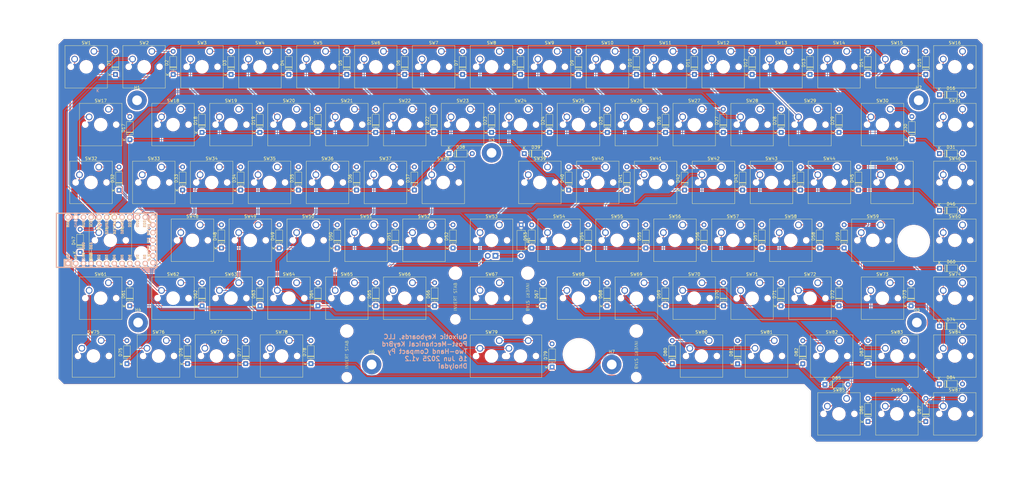
<source format=kicad_pcb>
(kicad_pcb (version 20241229) (generator "pcbnew") (generator_version "9.0")
  (title_block (title "Post-Mechanical Compact Py") (date "2025-06-16") (rev "1.2") (company "Quixotic Keyboards, LLC") (comment 2 "Final for new tight case and future minimalist case") (comment 3 "Redux for Maple-Pi RP2040") (comment 4 "Add Caps Lock LED"))
  (layers (0 "F.Cu" signal) (2 "B.Cu" signal) (13 "F.Paste" user) (15 "B.Paste" user) (5 "F.SilkS" user "F.Silkscreen") (7 "B.SilkS" user "B.Silkscreen") (1 "F.Mask" user) (3 "B.Mask" user) (25 "Edge.Cuts" user))
  (net 0 "")
  (net 1 "Net-(D1-A)")
  (net 2 "Row0")
  (net 3 "Net-(D2-A)")
  (net 4 "Net-(D3-A)")
  (net 5 "Net-(D4-A)")
  (net 6 "Net-(D5-A)")
  (net 7 "Net-(D6-A)")
  (net 8 "Net-(D7-A)")
  (net 9 "Net-(D8-A)")
  (net 10 "Net-(D9-A)")
  (net 11 "Net-(D10-A)")
  (net 12 "Net-(D11-A)")
  (net 13 "Net-(D12-A)")
  (net 14 "Net-(D13-A)")
  (net 15 "Net-(D14-A)")
  (net 16 "Net-(D15-A)")
  (net 17 "Net-(D16-A)")
  (net 18 "Net-(D17-A)")
  (net 19 "Row1")
  (net 20 "Net-(D18-A)")
  (net 21 "Net-(D19-A)")
  (net 22 "Net-(D20-A)")
  (net 23 "Net-(D21-A)")
  (net 24 "Net-(D22-A)")
  (net 25 "Net-(D23-A)")
  (net 26 "Row5")
  (net 27 "Net-(D24-A)")
  (net 28 "Net-(D25-A)")
  (net 29 "Net-(D26-A)")
  (net 30 "Net-(D27-A)")
  (net 31 "Net-(D28-A)")
  (net 32 "Net-(D29-A)")
  (net 33 "Net-(D30-A)")
  (net 34 "Net-(D31-A)")
  (net 35 "Net-(D32-A)")
  (net 36 "Net-(D33-A)")
  (net 37 "Row2")
  (net 38 "Net-(D34-A)")
  (net 39 "Net-(D35-A)")
  (net 40 "Net-(D36-A)")
  (net 41 "Net-(D37-A)")
  (net 42 "Net-(D38-A)")
  (net 43 "Net-(D39-A)")
  (net 44 "Net-(D40-A)")
  (net 45 "Net-(D41-A)")
  (net 46 "Net-(D42-A)")
  (net 47 "Net-(D43-A)")
  (net 48 "Net-(D44-A)")
  (net 49 "Net-(D45-A)")
  (net 50 "Net-(D46-A)")
  (net 51 "Net-(D51-A)")
  (net 52 "Row3")
  (net 53 "Net-(D52-A)")
  (net 54 "Net-(D53-A)")
  (net 55 "Net-(D54-A)")
  (net 56 "Net-(D55-A)")
  (net 57 "Net-(D56-A)")
  (net 58 "Net-(D57-A)")
  (net 59 "Net-(D58-A)")
  (net 60 "Net-(D59-A)")
  (net 61 "Net-(D60-A)")
  (net 62 "Net-(D61-A)")
  (net 63 "Net-(D62-A)")
  (net 64 "Net-(D63-A)")
  (net 65 "Net-(D64-A)")
  (net 66 "Net-(D65-A)")
  (net 67 "Net-(D66-A)")
  (net 68 "Net-(D67-A)")
  (net 69 "Row4")
  (net 70 "Net-(D68-A)")
  (net 71 "Net-(D69-A)")
  (net 72 "Net-(D70-A)")
  (net 73 "Net-(D71-A)")
  (net 74 "Net-(D72-A)")
  (net 75 "Net-(D73-A)")
  (net 76 "Net-(D74-A)")
  (net 77 "Net-(D75-A)")
  (net 78 "Net-(D76-A)")
  (net 79 "Net-(D77-A)")
  (net 80 "Net-(D78-A)")
  (net 81 "Net-(D79-A)")
  (net 82 "Net-(D80-A)")
  (net 83 "Net-(D81-A)")
  (net 84 "Net-(D82-A)")
  (net 85 "Net-(D83-A)")
  (net 86 "Net-(D84-A)")
  (net 87 "Net-(D85-A)")
  (net 88 "Net-(D86-A)")
  (net 89 "Net-(D87-A)")
  (net 90 "Col0")
  (net 91 "Col1")
  (net 92 "Col2")
  (net 93 "Col3")
  (net 94 "Col4")
  (net 95 "Col5")
  (net 96 "Col6")
  (net 97 "Col7")
  (net 98 "Col8")
  (net 99 "Col9")
  (net 100 "Col10")
  (net 101 "Col11")
  (net 102 "Col12")
  (net 103 "Col13")
  (net 104 "Col14")
  (net 105 "Col15")
  (net 106 "GND")
  (net 107 "+5V")
  (net 108 "Net-(D47-A)")
  (net 109 "Net-(D48-A)")
  (net 110 "Net-(D49-A)")
  (net 111 "Net-(D50-A)")
  (net 112 "Led")
  (net 115 "Net-(D88-K)")
  (footprint "Button_Switch_Keyboard:SW_Cherry_MX_1.00u_PCB" (layer "F.Cu") (at 98.685 108.5775)
    (property "Reference" "SW33")
    (property "Value" "SW_Push")
  )
  (footprint "Diode_THT:D_DO-35_SOD27_P7.62mm_Horizontal" (layer "F.Cu") (at 102.5304 78.1 90)
    (property "Reference" "D2")
    (property "Value" "1N4148")
  )
  (footprint "Diode_THT:D_DO-35_SOD27_P7.62mm_Horizontal" (layer "F.Cu") (at 254.9304 78.1 90)
    (property "Reference" "D10")
    (property "Value" "1N4148")
  )
  (footprint "Diode_THT:D_DO-35_SOD27_P7.62mm_Horizontal" (layer "F.Cu") (at 150.1554 154.3 90)
    (property "Reference" "D64")
    (property "Value" "1N4148")
  )
  (footprint "Button_Switch_Keyboard:SW_Cherry_MX_1.00u_PCB" (layer "F.Cu") (at 155.835 108.5775)
    (property "Reference" "SW36")
    (property "Value" "SW_Push")
  )
  (footprint "Dholydai-Parts:SW_Cherry_MX_1.3333u_PCB" (layer "F.Cu") (at 209.825 127.6275)
    (property "Reference" "SW53")
    (property "Value" "SW_Push")
  )
  (footprint "Diode_THT:D_DO-35_SOD27_P7.62mm_Horizontal" (layer "F.Cu") (at 159.6296 78.1 90)
    (property "Reference" "D5")
    (property "Value" "1N4148")
  )
  (footprint "Button_Switch_Keyboard:SW_Cherry_MX_1.00u_PCB" (layer "F.Cu") (at 301.895 108.5775)
    (property "Reference" "SW43")
    (property "Value" "SW_Push")
  )
  (footprint "Diode_THT:D_DO-35_SOD27_P7.62mm_Horizontal" (layer "F.Cu") (at 71.915 136.6875 90)
    (property "Reference" "D47")
    (property "Value" "1N4148")
  )
  (footprint "MountingHole:MountingHole_3.2mm_M3_Pad" (layer "F.Cu") (at 347.8 86.6)
    (property "Reference" "H2")
    (property "Value" "Hole")
  )
  (footprint "Diode_THT:D_DO-35_SOD27_P7.62mm_Horizontal" (layer "F.Cu") (at 105.635 116.1575 90)
    (property "Reference" "D33")
    (property "Value" "1N4148")
  )
  (footprint "Diode_THT:D_DO-35_SOD27_P7.62mm_Horizontal" (layer "F.Cu") (at 251.7808 116.1575 90)
    (property "Reference" "D41")
    (property "Value" "1N4148")
  )
  (footprint "Button_Switch_Keyboard:SW_Cherry_MX_1.00u_PCB" (layer "F.Cu") (at 238.395 89.5275)
    (property "Reference" "SW25")
    (property "Value" "SW_Push")
  )
  (footprint "Diode_THT:D_DO-35_SOD27_P7.62mm_Horizontal" (layer "F.Cu") (at 321.58 97.15 90)
    (property "Reference" "D29")
    (property "Value" "1N4148")
  )
  (footprint "Diode_THT:D_DO-35_SOD27_P7.62mm_Horizontal" (layer "F.Cu") (at 83.5312 78.1 90)
    (property "Reference" "D1")
    (property "Value" "1N4148")
  )
  (footprint "Diode_THT:D_DO-35_SOD27_P7.62mm_Horizontal" (layer "F.Cu") (at 137.4046 135.2325 90)
    (property "Reference" "D49")
    (property "Value" "1N4148")
  )
  (footprint "Diode_THT:D_DO-35_SOD27_P7.62mm_Horizontal" (layer "F.Cu") (at 315.23 135.2325 90)
    (property "Reference" "D58")
    (property "Value" "1N4148")
  )
  (footprint "Diode_THT:D_DO-35_SOD27_P7.62mm_Horizontal" (layer "F.Cu") (at 354.57875 180.025)
    (property "Reference" "D84")
    (property "Value" "1N4148")
  )
  (footprint "Diode_THT:D_DO-35_SOD27_P7.62mm_Horizontal" (layer "F.Cu") (at 216.805 78.1 90)
    (property "Reference" "D8")
    (property "Value" "1N4148")
  )
  (footprint "Button_Switch_Keyboard:SW_Cherry_MX_1.00u_PCB" (layer "F.Cu") (at 136.785 108.5775)
    (property "Reference" "SW35")
    (property "Value" "SW_Push")
  )
  (footprint "Button_Switch_Keyboard:SW_Cherry_MX_1.00u_PCB" (layer "F.Cu") (at 181.245 89.5275)
    (property "Reference" "SW22")
    (property "Value" "SW_Push")
  )
  (footprint "Diode_THT:D_DO-35_SOD27_P7.62mm_Horizontal" (layer "F.Cu") (at 181.88 116.1575 90)
    (property "Reference" "D37")
    (property "Value" "1N4148")
  )
  (footprint "Diode_THT:D_DO-35_SOD27_P7.62mm_Horizontal" (layer "F.Cu") (at 224.205 154.3 90)
    (property "Reference" "D67")
    (property "Value" "1N4148")
  )
  (footprint "Button_Switch_Keyboard:SW_Cherry_MX_1.00u_PCB" (layer "F.Cu") (at 162.195 89.5275)
    (property "Reference" "SW21")
    (property "Value" "SW_Push")
  )
  (footprint "Diode_THT:D_DO-35_SOD27_P7.62mm_Horizontal" (layer "F.Cu") (at 235.8804 78.1 90)
    (property "Reference" "D9")
    (property "Value" "1N4148")
  )
  (footprint "Diode_THT:D_DO-35_SOD27_P7.62mm_Horizontal" (layer "F.Cu") (at 126.395411 173.340775 90)
    (property "Reference" "D77")
    (property "Value" "1N4148")
  )
  (footprint "Diode_THT:D_DO-35_SOD27_P7.62mm_Horizontal" (layer "F.Cu") (at 354.665 141.9175)
    (property "Reference" "D60")
    (property "Value" "1N4148")
  )
  (footprint "Diode_THT:D_DO-35_SOD27_P7.62mm_Horizontal" (layer "F.Cu") (at 277.1554 135.2325 90)
    (property "Reference" "D56")
    (property "Value" "1N4148")
  )
  (footprint "Button_Switch_Keyboard:SW_Cherry_MX_1.00u_PCB" (layer "F.Cu") (at 300.28625 165.7375)
    (property "Reference" "SW81")
    (property "Value" "SW_Push")
  )
  (footprint "Button_Switch_Keyboard:SW_Cherry_MX_1.00u_PCB" (layer "F.Cu") (at 343.145 184.7875)
    (property "Reference" "SW86")
    (property "Value" "SW_Push")
  )
  (footprint "Button_Switch_Keyboard:SW_Cherry_MX_1.00u_PCB" (layer "F.Cu") (at 324.115 70.48)
    (property "Reference" "SW14")
    (property "Value" "SW_Push")
  )
  (footprint "Button_Switch_Keyboard:SW_Cherry_MX_1.00u_PCB" (layer "F.Cu") (at 270.145 127.6275)
    (property "Reference" "SW56")
    (property "Value" "SW_Push")
  )
  (footprint "Button_Switch_Keyboard:SW_Cherry_MX_1.00u_PCB" (layer "F.Cu") (at 219.345 89.5275)
    (property "Reference" "SW24")
    (property "Value" "SW_Push")
  )
  (footprint "Diode_THT:D_DO-35_SOD27_P7.62mm_Horizontal" (layer "F.Cu") (at 121.5804 78.1 90)
    (property "Reference" "D3")
    (property "Value" "1N4148")
  )
  (footprint "Diode_THT:D_DO-35_SOD27_P7.62mm_Horizontal" (layer "F.Cu") (at 270.78 116.1575 90)
    (property "Reference" "D42")
    (property "Value" "1N4148")
  )
  (footprint "Diode_THT:D_DO-35_SOD27_P7.62mm_Horizontal" (layer "F.Cu") (at 112.03 154.3 90)
    (property "Reference" "D62")
    (property "Value" "1N4148")
  )
  (footprint "Diode_THT:D_DO-35_SOD27_P7.62mm_Horizontal" (layer "F.Cu") (at 194.58 135.2325 90)
    (property "Reference" "D52")
    (property "Value" "1N4148")
  )
  (footprint "Diode_THT:D_DO-35_SOD27_P7.62mm_Horizontal" (layer "F.Cu") (at 150.1554 97.15 90)
    (property "Reference" "D20")
    (property "Value" "1N4148")
  )
  (footprint "Button_Switch_Keyboard:SW_Cherry_MX_1.00u_PCB" (layer "F.Cu") (at 152.665 70.48)
    (property "Reference" "SW5")
    (property "Value" "SW_Push")
  )
  (footprint "Button_Switch_Keyboard:SW_Cherry_MX_1.00u_PCB" (layer "F.Cu") (at 314.595 89.5275)
    (property "Reference" "SW29")
    (property "Value" "SW_Push")
  )
  (footprint "Button_Switch_Keyboard:SW_Cherry_MX_1.00u_PCB" (layer "F.Cu") (at 343.165 70.48)
    (property "Reference" "SW15")
    (property "Value" "SW_Push")
  )
  (footprint "Button_Switch_Keyboard:SW_Cherry_MX_1.00u_PCB" (layer "F.Cu") (at 276.495 89.5275)
    (property "Reference" "SW27")
    (property "Value" "SW_Push")
  )
  (footprint "Button_Switch_Keyboard:SW_Cherry_MX_1.00u_PCB" (layer "F.Cu") (at 251.095 127.6275)
    (property "Reference" "SW55")
    (property "Value" "SW_Push")
  )
  (footprint "Diode_THT:D_DO-35_SOD27_P7.62mm_Horizontal" (layer "F.Cu") (at 354.635 122.8675)
    (property "Reference" "D46")
    (property "Value" "1N4148")
  )
  (footprint "Button_Switch_Keyboard:SW_Cherry_MX_1.00u_PCB" (layer "F.Cu") (at 124.09 146.6775)
    (property "Reference" "SW63")
    (property "Value" "SW_Push")
  )
  (footprint "Button_Switch_Keyboard:SW_Cherry_MX_1.00u_PCB" (layer "F.Cu") (at 286.015 70.48)
    (property "Reference" "SW12")
    (property "Value" "SW_Push")
  )
  (footprint "Button_Switch_Keyboard:SW_Cherry_MX_1.00u_PCB" (layer "F.Cu") (at 117.735 108.5775)
    (property "Reference" "SW34")
    (property "Value" "SW_Push")
  )
  (footprint "Button_Switch_Keyboard:SW_Cherry_MX_1.00u_PCB" (layer "F.Cu") (at 295.54 146.69)
    (property "Reference" "SW71")
    (property "Value" "SW_Push")
  )
  (footprint "Button_Switch_Keyboard:SW_Cherry_MX_1.00u_PCB" (layer "F.Cu") (at 168.545 127.6275)
    (property "Reference" "SW51")
    (property "Value" "SW_Push")
  )
  (footprint "Button_Switch_Keyboard:SW_Cherry_MX_1.00u_PCB" (layer "F.Cu") (at 295.545 89.5275)
    (property "Reference" "SW28")
    (property "Value" "SW_Push")
  )
  (footprint "Button_Switch_Keyboard:SW_Cherry_MX_1.00u_PCB" (layer "F.Cu") (at 362.21875 165.7375)
    (property "Reference" "SW84")
    (property "Value" "SW_Push")
  )
  (footprint "Button_Switch_Keyboard:SW_Cherry_MX_1.00u_PCB" (layer "F.Cu") (at 308.245 127.6275)
    (property "Reference" "SW58")
    (property "Value" "SW_Push")
  )
  (footprint "Diode_THT:D_DO-35_SOD27_P7.62mm_Horizontal" (layer "F.Cu") (at 178.705 78.1 90)
    (property "Reference" "D6")
    (property "Value" "1N4148")
  )
  (footprint "Diode_THT:D_DO-35_SOD27_P7.62mm_Horizontal" (layer "F.Cu") (at 302.5554 97.15 90)
    (property "Reference" "D28")
    (property "Value" "1N4148")
  )
  (footprint "Button_Switch_Keyboard:SW_Cherry_MX_1.00u_PCB" (layer "F.Cu") (at 362.22 89.5275)
    (property "Reference" "SW31")
    (property "Value" "SW_Push")
  )
  (footprint "Button_Switch_Keyboard:SW_Cherry_MX_1.00u_PCB" (layer "F.Cu") (at 143.145 89.5275)
    (property "Reference" "SW20")
    (property "Value" "SW_Push")
  )
  (footprint "Button_Switch_Keyboard:SW_Cherry_MX_1.00u_PCB" (layer "F.Cu") (at 362.215 146.69)
    (property "Reference" "SW74")
    (property "Value" "SW_Push")
  )
  (footprint "Button_Switch_Keyboard:SW_Cherry_MX_1.00u_PCB" (layer "F.Cu") (at 225.695 108.5775)
    (property "Reference" "SW39")
    (property "Value" "SW_Push")
  )
  (footprint "Button_Switch_Keyboard:SW_Cherry_MX_1.00u_PCB" (layer "F.Cu") (at 130.445 127.6275)
    (property "Reference" "SW49")
    (property "Value" "SW_Push")
  )
  (footprint "Resistor_THT:R_Axial_DIN0207_L6.3mm_D2.5mm_P10.16mm_Horizontal" (layer "F.Cu") (at 217 127.62 -90)
    (property "Reference" "R1")
    (property "Value" "62 Ohm")
  )
  (footprint "MountingHole:MountingHole_3.2mm_M3_Pad" (layer "F.Cu") (at 246.815 173.6175)
    (property "Reference" "H7")
    (property "Value" "Hole")
  )
  (footprint "Diode_THT:D_DO-35_SOD27_P7.62mm_Horizontal" (layer "F.Cu") (at 193.3 104.1325)
    (property "Reference" "D38")
    (property "Value" "1N4148")
  )
  (footprint "Diode_THT:D_DO-35_SOD27_P7.62mm_Horizontal" (layer "F.Cu") (at 143.7292 116.1575 90)
    (property "Reference" "D35")
    (property "Value" "1N4148")
  )
  (footprint "Button_Switch_Keyboard:SW_Cherry_MX_1.00u_PCB" (layer "F.Cu") (at 95.515 70.48)
    (property "Reference" "SW2")
    (property "Value" "SW_Push")
  )
  (footprint "Diode_THT:D_DO-35_SOD27_P7.62mm_Horizontal" (layer "F.Cu") (at 118.4054 135.2325 90)
    (property "Reference" "D48")
    (property "Value" "1N4148")
  )
  (footprint "Button_Switch_Keyboard:SW_Cherry_MX_1.00u_PCB" (layer "F.Cu") (at 119.315 165.7225)
    (property "Reference" "SW77")
    (property "Value" "SW_Push")
  )
  (footprint "Button_Switch_Keyboard:SW_Cherry_MX_1.00u_PCB" (layer "F.Cu") (at 124.095 89.5275)
    (property "Reference" "SW19")
    (property "Value" "SW_Push")
  )
  (footprint "Diode_THT:D_DO-35_SOD27_P7.62mm_Horizontal" (layer "F.Cu") (at 283.5816 154.3 90)
    (property "Reference" "D70")
    (property "Value" "1N4148")
  )
  (footprint "Diode_THT:D_DO-35_SOD27_P7.62mm_Horizontal" (layer "F.Cu") (at 309.6674 173.37 90)
    (property "Reference" "D82")
    (property "Value" "1N4148")
  )
  (footprint "Diode_THT:D_DO-35_SOD27_P7.62mm_Horizontal" (layer "F.Cu") (at 288.22909 173.37 90)
    (property "Reference" "D81")
    (property "Value" "1N4148")
  )
  (footprint "Diode_THT:D_DO-35_SOD27_P7.62mm_Horizontal" (layer "F.Cu") (at 316.957201 180.1905)
    (property "Reference" "D85")
    (property "Value" "1N4148")
  )
  (footprint "Diode_THT:D_DO-35_SOD27_P7.62mm_Horizontal" (layer "F.Cu") (at 197.755 78.1 90)
    (property "Reference" "D7")
    (property "Value" "1N4148")
  )
  (footprint "Diode_THT:D_DO-35_SOD27_P7.62mm_Horizontal" (layer "F.Cu") (at 331.115 173.3375 90)
    (property "Reference" "D83")
    (property "Value" "1N4148")
  )
  (footprint "Diode_THT:D_DO-35_SOD27_P7.62mm_Horizontal" (layer "F.Cu") (at 312.055 78.1 90)
    (property "Reference" "D13")
    (property "Value" "1N4148")
  )
  (footprint "Diode_THT:D_DO-35_SOD27_P7.62mm_Horizontal" (layer "F.Cu") (at 258.0292 135.2325 90)
    (property "Reference" "D55")
    (property "Value" "1N4148")
  )
  (footprint "Diode_THT:D_DO-35_SOD27_P7.62mm_Horizontal" (layer "F.Cu") (at 308.9054 116.1575 90)
    (property "Reference" "D44")
    (property "Value" "1N4148")
  )
  (footprint "Button_Switch_Keyboard:SW_Cherry_MX_1.00u_PCB" (layer "F.Cu") (at 362.215 127.6375)
    (property "Reference" "SW60")
    (property "Value" "SW_Push")
  )
  (footprint "Diode_THT:D_DO-35_SOD27_P7.62mm_Horizontal" (layer "F.Cu") (at 354.595001 104.1375)
    (property "Reference" "D31")
    (property "Value" "1N4148")
  )
  (footprint "Diode_THT:D_DO-35_SOD27_P7.62mm_Horizontal" (layer "F.Cu") (at 232.6546 116.1575 90)
    (property "Reference" "D40")
    (property "Value" "1N4148")
  )
  (footprint "Button_Switch_Keyboard:SW_Cherry_MX_1.00u_PCB" (layer "F.Cu") (at 232.045 127.6275)
    (property "Reference" "SW54")
    (property "Value" "SW_Push")
  )
  (footprint "Diode_THT:D_DO-35_SOD27_P7.62mm_Horizontal" (layer "F.Cu") (at 88.2556 154.3 90)
    (property "Reference" "D61")
    (property "Value" "1N4148")
  )
  (footprint "Button_Switch_Keyboard:SW_Cherry_MX_1.00u_PCB" (layer "F.Cu") (at 76.465 70.48)
    (property "Reference" "SW1")
    (property "Value" "SW_Push")
  )
  (footprint "Button_Switch_Keyboard:SW_Cherry_MX_1.00u_PCB" (layer "F.Cu") (at 190.765 70.48)
    (property "Reference" "SW7")
    (property "Value" "SW_Push")
  )
  (footprint "Diode_THT:D_DO-35_SOD27_P7.62mm_Horizontal" (layer "F.Cu") (at 131.0292 97.15 90)
    (property "Reference" "D19")
    (property "Value" "1N4148")
  )
  (footprint "Diode_THT:D_DO-35_SOD27_P7.62mm_Horizontal" (layer "F.Cu") (at 331.0796 78.1 90)
    (property "Reference" "D14")
    (property "Value" "1N4148")
  )
  (footprint "Button_Switch_Keyboard:SW_Cherry_MX_1.00u_PCB" (layer "F.Cu") (at 162.19 146.6775)
    (property "Reference" "SW65")
    (property "Value" "SW_Push")
  )
  (footprint "Diode_THT:D_DO-35_SOD27_P7.62mm_Horizontal" (layer "F.Cu") (at 188.2554 97.15 90)
    (property "Reference" "D22")
    (property "Value" "1N4148")
  )
  (footprint "MountingHole:MountingHole_3.2mm_M3_Pad" (layer "F.Cu") (at 207.28 103.9)
    (property "Reference" "H3")
    (property "Value" "Hole")
  )
  (footprint "Button_Switch_Keyboard:SW_Cherry_MX_1.00u_PCB" (layer "F.Cu") (at 247.915 70.48)
    (property "Reference" "SW10")
    (property "Value" "SW_Push")
  )
  (footprint "Button_Switch_Keyboard:SW_Cherry_MX_1.00u_PCB" (layer "F.Cu") (at 209.815 70.48)
    (property "Reference" "SW8")
    (property "Value" "SW_Push")
  )
  (footprint "Button_Switch_Keyboard:SW_Cherry_MX_1.25u_PCB" (layer "F.Cu") (at 78.83375 165.7225)
    (property "Reference" "SW75")
    (property "Value" "SW_Push")
  )
  (footprint "Diode_THT:D_DO-35_SOD27_P7.62mm_Horizontal" (layer "F.Cu") (at 283.5054 97.15 90)
    (property "Reference" "D27")
    (property "Value" "1N4148")
  )
  (footprint "Button_Switch_Keyboard:SW_Cherry_MX_1.00u_PCB" (layer "F.Cu") (at 263.795 108.5775)
    (property "Reference" "SW41")
    (property "Value" "SW_Push")
  )
  (footprint "Button_Switch_Keyboard:SW_Cherry_MX_1.25u_PCB" (layer "F.Cu") (at 140.74625 165.7225)
    (property "Reference" "SW78")
    (property "Value" "SW_Push")
  )
  (footprint "Diode_THT:D_DO-35_SOD27_P7.62mm_Horizontal" (layer "F.Cu") (at 147.844 173.340775 90)
    (property "Reference" "D78")
    (property "Value" "1N4148")
  )
  (footprint "Button_Switch_Keyboard:SW_Cherry_MX_1.00u_PCB" (layer "F.Cu") (at 282.845 108.5775)
    (property "Reference" "SW42")
    (property "Value" "SW_Push")
  )
  (footprint "Button_Switch_Keyboard:SW_Cherry_MX_1.00u_PCB" (layer "F.Cu") (at 228.865 70.48)
    (property "Reference" "SW9")
    (property "Value" "SW_Push")
  )
  (footprint "Button_Switch_Keyboard:SW_Cherry_MX_1.00u_PCB" (layer "F.Cu") (at 105.04 146.6775)
    (property "Reference" "SW62")
    (property "Value" "SW_Push")
  )
  (footprint "Button_Switch_Keyboard:SW_Cherry_MX_1.00u_PCB" (layer "F.Cu") (at 244.745 108.5775)
    (property "Reference" "SW40")
    (property "Value" "SW_Push")
  )
  (footprint "Button_Switch_Keyboard:SW_Cherry_MX_1.00u_PCB" (layer "F.Cu") (at 200.295 89.5275)
    (property "Reference" "SW23")
    (property "Value" "SW_Push")
  )
  (footprint "Button_Switch_Keyboard:SW_Cherry_MX_1.00u_PCB" (layer "F.Cu") (at 266.965 70.48)
    (property "Reference" "SW11")
    (property "Value" "SW_Push")
  )
  (footprint "Diode_THT:D_DO-35_SOD27_P7.62mm_Horizontal" (layer "F.Cu") (at 327.9808 116.1575 90)
    (property "Reference" "D45")
    (property "Value" "1N4148")
  )
  (footprint "Button_Switch_Keyboard:SW_Cherry_MX_1.00u_PCB" (layer "F.Cu") (at 343.165 165.7375)
    (property "Reference" "SW83")
    (property "Value" "SW_Push")
  )
  (footprint "Diode_THT:D_DO-35_SOD27_P7.62mm_Horizontal" (layer "F.Cu") (at 131.08 154.3 90)
    (property "Reference" "D63")
    (property "Value" "1N4148")
  )
  (footprint "Diode_THT:D_DO-35_SOD27_P7.62mm_Horizontal" (layer "F.Cu") (at 169.175 154.3 90)
    (property "Reference" "D65")
    (property "Value" "1N4148")
  )
  (footprint "Diode_THT:D_DO-35_SOD27_P7.62mm_Horizontal" (layer "F.Cu") (at 175.6062 135.2325 90)
    (property "Reference" "D51")
    (property "Value" "1N4148")
  )
  (footprint "Button_Switch_Keyboard:SW_Cherry_MX_1.00u_PCB" (layer "F.Cu") (at 276.49 146.69)
    (property "Reference" "SW70")
    (property "Value" "SW_Push")
  )
  (footprint "Button_Switch_Keyboard:SW_Cherry_MX_1.50u_PCB" (layer "F.Cu") (at 81.2275 146.6775)
    (property "Reference" "SW61")
    (property "Value" "SW_Push")
  )
  (footprint "Button_Switch_Keyboard:SW_Cherry_MX_1.00u_PCB" (layer "F.Cu") (at 362.215 70.48)
    (property "Reference" "SW16")
    (property "Value" "SW_Push")
  )
  (footprint "Diode_THT:D_DO-35_SOD27_P7.62mm_Horizontal" (layer "F.Cu") (at 140.5796 78.1 90)
    (property "Reference" "D4")
    (property "Value" "1N4148")
  )
  (footprint "MountingHole:MountingHole_3.2mm_M3_Pad" (layer "F.Cu") (at 90.6432 86.6)
    (property "Reference" "H1")
    (property "Value" "Hole")
  )
  (footprint "Button_Switch_Keyboard:SW_Cherry_MX_1.00u_PCB" (layer "F.Cu") (at 171.715 70.48)
    (property "Reference" "SW6")
    (property "Value" "SW_Push")
  )
  (footprint "Button_Switch_Keyboard:SW_Cherry_MX_1.00u_PCB" (layer "F.Cu") (at 111.395 127.6275)
    (property "Reference" "SW48")
    (property "Value" "SW_Push")
  )
  (footprint "Button_Switch_Keyboard:SW_Cherry_MX_1.00u_PCB" (layer "F.Cu") (at 324.095 184.7875)
    (property "Reference" "SW85")
    (property "Value" "SW_Push")
  )
  (footprint "Diode_THT:D_DO-35_SOD27_P7.62mm_Horizontal" (layer "F.Cu") (at 107.222622 173.340775 90)
    (property "Reference" "D76")
    (property "Value" "1N4148")
  )
  (footprint "Diode_THT:D_DO-35_SOD27_P7.62mm_Horizontal" (layer "F.Cu") (at 245.256655 154.3 90)
    (property "Reference" "D68")
    (property "Value" "1N4148")
  )
  (footprint "Button_Switch_Keyboard:SW_Cherry_MX_1.50u_PCB" (layer "F.Cu") (at 81.2325 89.5275)
    (property "Reference" "SW17")
    (property "Value" "SW_Push")
  )
  (footprint "Dholydai-Parts:SW_Cherry_MX_1.6666u_PCB" (layer "F.Cu") (at 335.235 127.6275)
    (property "Reference" "SW59")
    (property "Value" "SW_Push")
  )
  (footprint "Diode_THT:D_DO-35_SOD27_P7.62mm_Horizontal" (layer "F.Cu") (at 169.1546 97.15 90)
    (property "Reference" "D21")
    (property "Value" "1N4148")
  )
  (footprint "MountingHole:MountingHole_3.2mm_M3_Pad" (layer "F.Cu") (at 347.1832 159.8)
    (property "Reference" "H5")
    (property "Value" "Hole")
  )
  (footprint "Dholydai-Parts:SW_Ch_MX_LED_Template" (layer "F.Cu") (at 209.83 127.6275)
    (property "Reference" "D88")
    (property "Value" "LED")
  )
  (footprint "Diode_THT:D_DO-35_SOD27_P7.62mm_Horizontal" (layer "F.Cu") (at 188.541851 154.3 90)
    (property "Reference" "D66")
    (property "Value" "1N4148")
  )
  (footprint "Diode_THT:D_DO-35_SOD27_P7.62mm_Horizontal" (layer "F.Cu") (at 350.129474 192.398 90)
    (property "Reference" "D87")
    (property "Value" "1N4148")
  )
  (footprint "Diode_THT:D_DO-35_SOD27_P7.62mm_Horizontal" (layer "F.Cu") (at 354.595 84.7675)
    (property "Reference" "D16")
    (property "Value" "1N4148")
  )
  (footprint "Diode_THT:D_DO-35_SOD27_P7.62mm_Horizontal" (layer "F.Cu") (at 220.5 135.253659 90)
    (property "Reference" "D53")
    (property "Value" "1N4148")
  )
  (footprint "Diode_THT:D_DO-35_SOD27_P7.62mm_Horizontal" (layer "F.Cu") (at 226.33 97.15 90)
    (property "Reference" "D24")
    (property "Value" "1N4148")
  )
  (footprint "Diode_THT:D_DO-35_SOD27_P7.62mm_Horizontal" (layer "F.Cu") (at 266.716 173.340775 90)
    (property "Reference" "D80")
    (property "Value" "1N4148")
  )
  (footprint "MountingHole:MountingHole_3.2mm_M3_Pad" (layer "F.Cu") (at 167.825 173.6175)
    (property "Reference" "H6")
    (property "Value" "Hole")
  )
  (footprint "Diode_THT:D_DO-35_SOD27_P7.62mm_Horizontal" (layer "F.Cu") (at 289.8554 116.1575 90)
    (property "Reference" "D43")
    (property "Value" "1N4148")
  )
  (footprint "Button_Switch_Keyboard:SW_Cherry_MX_1.00u_PCB" (layer "F.Cu") (at 257.44 146.69)
    (property "Reference" "SW69")
    (property "Value" "SW_Push")
  )
  (footprint "MountingHole:MountingHole_3.2mm_M3_Pad" (layer "F.Cu") (at 90.9988 159.8)
    (property "Reference" "H4")
    (property "Value" "Hole")
  )
  (footprint "Dholydai-Parts:SW_Cherry_MX_1.6666u_PCB" (layer "F.Cu") (at 84.405 127.6275)
    (property "Reference" "SW47")
    (property "Value" "SW_Push")
  )
  (footprint "Diode_THT:D_DO-35_SOD27_P7.62mm_Horizontal" (layer "F.Cu") (at 302.4792 154.3 90)
    (property "Reference" "D71")
    (property "Value" "1N4148")
  )
  (footprint "Diode_THT:D_DO-35_SOD27_P7.62mm_Horizontal" (layer "F.Cu") (at 124.73 116.1575 90)
    (property "Reference" "D34")
    (property "Value" "1N4148")
  )
  (footprint "Button_Switch_Keyboard:SW_Cherry_MX_1.00u_PCB" (layer "F.Cu") (at 257.445 89.5275)
    (property "Reference" "SW26")
    (property "Value" "SW_Push")
  )
  (footprint "Dholydai-Parts:Elite-Pi" (layer "F.Cu") (at 81.91 132.7011)
    (property "Reference" "U1" (hide yes))
    (property "Value" "Elite-Pi" (hide yes))
  )
  (footprint "Diode_THT:D_DO-35_SOD27_P7.62mm_Horizontal" (layer "F.Cu") (at 112.0046 97.15 90)
    (property "Reference" "D18")
    (property "Value" "1N4148")
  )
  (footprint "Button_Switch_Keyboard:SW_Cherry_MX_1.00u_PCB" (layer "F.Cu") (at 314.59 146.69)
    (property "Reference" "SW72")
    (property "Value" "SW_Push")
  )
  (footprint "Button_Switch_Keyboard:SW_Cherry_MX_1.50u_PCB" (layer "F.Cu") (at 338.4075 89.5275)
    (property "Reference" "SW30")
    (property "Value" "SW_Push")
  )
  (footprint "Button_Switch_Keyboard:SW_Cherry_MX_1.00u_PCB" (layer "F.Cu") (at 320.945 108.5775)
    (property "Reference" "SW44")
    (property "Value" "SW_Push")
  )
  (footprint "Diode_THT:D_DO-35_SOD27_P7.62mm_Horizontal" (layer "F.Cu") (at 345.5576 99.5709 90)
    (property "Reference" "D30")
    (property "Value" "1N4148")
  )
  (footprint "Diode_THT:D_DO-35_SOD27_P7.62mm_Horizontal" (layer "F.Cu") (at 84.715 116.1875 90)
    (property "Reference" "D32")
    (property "Value" "1N4148")
  )
  (footprint "Button_Switch_Keyboard:SW_Cherry_MX_1.00u_PCB" (layer "F.Cu") (at 362.225 108.5775)
    (property "Reference" "SW46")
    (property "Value" "SW_Push")
  )
  (footprint "Diode_THT:D_DO-35_SOD27_P7.62mm_Horizontal" (layer "F.Cu") (at 207.28 97.15 90)
    (property "Reference" "D23")
    (property "Value" "1N4148")
  )
  (footprint "Diode_THT:D_DO-35_SOD27_P7.62mm_Horizontal" (layer "F.Cu") (at 274.0058 78.1 90)
    (property "Reference" "D11")
    (property "Value" "1N4148")
  )
  (footprint "Dholydai-Parts:SW_Cherry_MX_1.1666u_PCB" (layer "F.Cu") (at 341.575 108.5775)
    (property "Reference" "SW45")
    (property "Value" "SW_Push")
  )
  (footprint "Diode_THT:D_DO-35_SOD27_P7.62mm_Horizontal" (layer "F.Cu") (at 345.2782 154.3 90)
    (property "Reference" "D73")
    (property "Value" "1N4148")
  )
  (footprint "Button_Switch_Keyboard:SW_Cherry_MX_1.00u_PCB" (layer "F.Cu") (at 133.615 70.48)
    (property "Reference" "SW4")
    (property "Value" "SW_Push")
  )
  (footprint "Button_Switch_Keyboard:SW_Cherry_MX_1.00u_PCB" (layer "F.Cu") (at 143.14 146.6775)
    (property "Reference" "SW64")
    (property "Value" "SW_Push")
  )
  (footprint "Button_Switch_Keyboard:SW_Cherry_MX_1.00u_PCB" (layer "F.Cu") (at 193.935 108.5775)
    (property "Reference" "SW38")
    (property "Value" "SW_Push")
  )
  (footprint "Dholydai-Parts:SW_Ch_Inv_MX_6.00u_PCB_Stagger" (layer "F.Cu") (at 209.805 165.7425)
    (property "Reference" "SW79")
    (property "Value" "SW_Push")
  )
  (footprint "Diode_THT:D_DO-35_SOD27_P7.62mm_Horizontal" (layer "F.Cu") (at 239.0554 135.2325 90)
    (property "Reference" "D54")
    (property "Value" "1N4148")
  )
  (footprint "Diode_THT:D_DO-35_SOD27_P7.62mm_Horizontal" (layer "F.Cu") (at 264.5062 97.15 90)
    (property "Reference" "D26")
    (property "Value" "1N4148")
  )
  (footprint "Button_Switch_Keyboard:SW_Cherry_MX_1.00u_PCB" (layer "F.Cu") (at 100.265 165.7225)
    (property "Reference" "SW76")
    (property "Value" "SW_Push")
  )
  (footprint "Diode_THT:D_DO-35_SOD27_P7.62mm_Horizontal" (layer "F.Cu") (at 156.5054 135.2325 90)
    (property "Reference" "D50")
    (property "Value" "1N4148")
  )
  (footprint "Button_Switch_Keyboard:SW_Cherry_MX_1.00u_PCB" (layer "F.Cu") (at 114.565 70.48)
    (property "Reference" "SW3")
    (property "Value" "SW_Push")
  )
  (footprint "Button_Switch_Keyboard:SW_Cherry_MX_1.50u_PCB" (layer "F.Cu") (at 338.4025 146.69)
    (property "Reference" "SW73")
    (property "Value" "SW_Push")
  )
  (footprint "Diode_THT:D_DO-35_SOD27_P7.62mm_Horizontal" (layer "F.Cu") (at 331.107059 192.398 90)
    (property "Reference" "D86")
    (property "Value" "1N4148")
  )
  (footprint "Diode_THT:D_DO-35_SOD27_P7.62mm_Horizontal" (layer "F.Cu") (at 350.1296 78.1 90)
    (property "Reference" "D15")
    (property "Value" "1N4148")
  )
  (footprint "Button_Switch_Keyboard:SW_Cherry_MX_1.00u_PCB" (layer "F.Cu") (at 305.065 70.48)
    (property "Reference" "SW13")
    (property "Value" "SW_Push")
  )
  (footprint "Button_Switch_Keyboard:SW_Cherry_MX_1.25u_PCB" (layer "F.Cu") (at 321.725 165.7475)
    (property "Reference" "SW82")
    (property "Value" "SW_Push")
  )
  (footprint "Diode_THT:D_DO-35_SOD27_P7.62mm_Horizontal" (layer "F.Cu") (at 227.185 174.4275 90)
    (property "Reference" "D79")
    (property "Value" "1N4148")
  )
  (footprint "Diode_THT:D_DO-35_SOD27_P7.62mm_Horizontal" (layer "F.Cu") (at 162.8554 116.1575 90)
    (property "Reference" "D36")
    (property "Value" "1N4148")
  )
  (footprint "Dholydai-Parts:SW_Ch_Inv_MX_2.00u_PCB" (layer "F.Cu") (at 209.815 146.6775)
    (property "Reference" "SW67")
    (property "Value" "SW_Push")
  )
  (footprint "Diode_THT:D_DO-35_SOD27_P7.62mm_Horizontal" (layer "F.Cu") (at 245.3546 97.15 90)
    (property "Reference" "D25")
    (property "Value" "1N4148")
  )
  (footprint "Diode_THT:D_DO-35_SOD27_P7.62mm_Horizontal" (layer "F.Cu") (at 88.281 99.5709 90)
    (property "Reference" "D17")
    (property "Value" "1N4148")
  )
  (footprint "Button_Switch_Keyboard:SW_Cherry_MX_1.00u_PCB" (layer "F.Cu") (at 105.045 89.5275)
    (property "Reference" "SW18")
    (property "Value" "SW_Push")
  )
  (footprint "Dholydai-Parts:SW_Cherry_MX_1.1666u_PCB" (layer "F.Cu") (at 78.05375 108.5775)
    (property "Reference" "SW32")
    (property "Value" "SW_Push")
  )
  (footprint "Button_Switch_Keyboard:SW_Cherry_MX_1.25u_PCB" (layer "F.Cu") (at 278.855 165.7375)
    (property "Reference" "SW80")
    (property "Value" "SW_Push")
  )
  (footprint "Diode_THT:D_DO-35_SOD27_P7.62mm_Horizontal" (layer "F.Cu") (at 87.316756 173.365333 90)
    (property "Reference" "D75")
    (property "Value" "1N4148")
  )
  (footprint "Diode_THT:D_DO-35_SOD27_P7.62mm_Horizontal" (layer "F.Cu") (at 296.18 135.2325 90)
    (property "Reference" "D57")
    (property "Value" "1N4148")
  )
  (footprint "Diode_THT:D_DO-35_SOD27_P7.62mm_Horizontal" (layer "F.Cu") (at 218.025001 104.1675)
    (property "Reference" "D39")
    (property "Value" "1N4148")
  )
  (footprint "Button_Switch_Keyboard:SW_Cherry_MX_1.00u_PCB" (layer "F.Cu") (at 238.39 146.675)
    (property "Reference" "SW68")
    (property "Value" "SW_Push")
  )
  (footprint "Button_Switch_Keyboard:SW_Cherry_MX_1.00u_PCB" (layer "F.Cu") (at 362.195 184.7875)
    (property "Reference" "SW87")
    (property "Value" "SW_Push")
  )
  (footprint "Diode_THT:D_DO-35_SOD27_P7.62mm_Horizontal" (layer "F.Cu") (at 323.2564 135.2325 90)
    (property "Reference" "D59")
    (property "Value" "1N4148")
  )
  (footprint "Button_Switch_Keyboard:SW_Cherry_MX_1.00u_PCB" (layer "F.Cu") (at 289.195 127.6275)
    (property "Reference" "SW57")
    (property "Value" "SW_Push")
  )
  (footprint "Diode_THT:D_DO-35_SOD27_P7.62mm_Horizontal" (layer "F.Cu") (at 293.005 78.1 90)
    (property "Reference" "D12")
    (property "Value" "1N4148")
  )
  (footprint "Button_Switch_Keyboard:SW_Cherry_MX_1.00u_PCB" (layer "F.Cu") (at 187.595 127.6275)
    (property "Reference" "SW52")
    (property "Value" "SW_Push" (hide yes))
  )
  (footprint "Button_Switch_Keyboard:SW_Cherry_MX_1.00u_PCB" (layer "F.Cu") (at 181.24 146.6775)
    (property "Reference" "SW66")
    (property "Value" "SW_Push")
  )
  (footprint "Button_Switch_Keyboard:SW_Cherry_MX_1.00u_PCB" (layer "F.Cu") (at 149.495 127.6275)
    (property "Reference" "SW50")
    (property "Value" "SW_Push")
  )
  (footprint "Diode_THT:D_DO-35_SOD27_P7.62mm_Horizontal" (layer "F.Cu") (at 264.425 154.3 90)
    (property "Reference" "D69")
    (property "Value" "1N4148")
  )
  (footprint "Diode_THT:D_DO-35_SOD27_P7.62mm_Horizontal" (layer "F.Cu") (at 321.58 154.3 90)
    (property "Reference" "D72")
    (property "Value" "1N4148")
  )
  (footprint "Diode_THT:D_DO-35_SOD27_P7.62mm_Horizontal" (layer "F.Cu") (at 354.595 160.9775)
    (property "Reference" "D74")
    (property "Value" "1N4148")
  )
  (footprint "Button_Switch_Keyboard:SW_Cherry_MX_1.00u_PCB" (layer "F.Cu") (at 174.885 108.5775)
    (property "Reference" "SW37")
    (property "Value" "SW_Push")
  )
  (gr_line (start 369.23 68.0199) (end 367.23 66.0199) (stroke (width 0.05)) (layer "Edge.Cuts"))
  (gr_line (start 312 182.4) (end 310 180.4) (stroke (width 0.05)) (layer "Edge.Cuts"))
  (gr_line (start 64.405 68.0199) (end 66.405 66.0199) (stroke (width 0.05)) (layer "Edge.Cuts"))
  (gr_line (start 312 182.4) (end 312 197.4) (stroke (width 0.05)) (layer "Edge.Cuts"))
  (gr_circle (center 346.165 132.9875) (end 351.165 132.9875) (stroke (width 0.05)) (fill no) (layer "Edge.Cuts"))
  (gr_line (start 367.23 199.4) (end 369.23 197.4) (stroke (width 0.05)) (layer "Edge.Cuts"))
  (gr_circle (center 92.05 137) (end 94.05 137) (stroke (width 0.05)) (fill no) (layer "Edge.Cuts"))
  (gr_line (start 64.405 178.4) (end 64.405 68.0199) (stroke (width 0.05)) (layer "Edge.Cuts"))
  (gr_line (start 64.405 178.4) (end 66.405 180.4) (stroke (width 0.05)) (layer "Edge.Cuts"))
  (gr_circle (center 92.05 128.35) (end 94.05 128.35) (stroke (width 0.05)) (fill no) (layer "Edge.Cuts"))
  (gr_line (start 312 197.4) (end 314 199.4) (stroke (width 0.05)) (layer "Edge.Cuts"))
  (gr_line (start 310 180.4) (end 66.405 180.4) (stroke (width 0.05)) (layer "Edge.Cuts"))
  (gr_line (start 314 199.4) (end 367.23 199.4) (stroke (width 0.05)) (layer "Edge.Cuts"))
  (gr_circle (center 236.025 170.2475) (end 241.025 170.2475) (stroke (width 0.05)) (fill no) (layer "Edge.Cuts"))
  (gr_line (start 369.23 197.4) (end 369.23 68.0199) (stroke (width 0.05)) (layer "Edge.Cuts"))
  (gr_line (start 66.405 66.0199) (end 367.23 66.0199) (stroke (width 0.05)) (layer "Edge.Cuts"))
  (gr_text "K" (at 77.725 83.3449 180) (layer "B.SilkS") (effects (font (size 1 1)) (justify mirror)))
  (gr_text "Quixotic Keyboards, LLC\nPost-Mechanical KeyBrd\nTwo-Hand Compact Py\n16 Jun 2025 v1.2\nDholydai\n" (at 199.5 175 0) (layer "B.SilkS") (effects (font (size 1.5 1.5) (thickness 0.3) (bold yes)) (justify left bottom mirror)))
  (segment (start 76.465 70.48) (end 83.5312 70.48) (width 0.2) (layer "F.Cu") (net 1))
  (segment (start 93.053619 123.9048) (end 93.82724 123.9048) (width 0.2) (layer "F.Cu") (net 2))
  (segment (start 94.585 124.66256) (end 94.585 126.4261) (width 0.2) (layer "F.Cu") (net 2))
  (segment (start 84.5287 79.0975) (end 101.5329 79.0975) (width 0.2) (layer "F.Cu") (net 2))
  (segment (start 94.585 126.4261) (end 95.78 127.6211) (width 0.2) (layer "F.Cu") (net 2))
  (segment (start 101.5329 79.0975) (end 102.5304 78.1) (width 0.2) (layer "F.Cu") (net 2))
  (segment (start 83.5312 78.1) (end 84.5287 79.0975) (width 0.2) (layer "F.Cu") (net 2))
  (segment (start 68.845 103.5375) (end 75.285 109.9775) (width 0.2) (layer "F.Cu") (net 2))
  (segment (start 80.705 109.9775) (end 85.815 115.0875) (width 0.2) (layer "F.Cu") (net 2))
  (segment (start 83.5312 78.1) (end 71.9059 78.1) (width 0.2) (layer "F.Cu") (net 2))
  (segment (start 85.815 115.0875) (end 85.815 116.666181) (width 0.2) (layer "F.Cu") (net 2))
  (segment (start 93.82724 123.9048) (end 94.585 124.66256) (width 0.2) (layer "F.Cu") (net 2))
  (segment (start 75.285 109.9775) (end 80.705 109.9775) (width 0.2) (layer "F.Cu") (net 2))
  (segment (start 85.815 116.666181) (end 93.053619 123.9048) (width 0.2) (layer "F.Cu") (net 2))
  (segment (start 68.845 81.1609) (end 68.845 103.5375) (width 0.2) (layer "F.Cu") (net 2))
  (segment (start 71.9059 78.1) (end 68.845 81.1609) (width 0.2) (layer "F.Cu") (net 2))
  (segment (start 197.755 78.1) (end 178.705 78.1) (width 0.2) (layer "B.Cu") (net 2))
  (segment (start 312.055 78.1) (end 293.005 78.1) (width 0.2) (layer "B.Cu") (net 2))
  (segment (start 102.5304 78.1) (end 121.5804 78.1) (width 0.2) (layer "B.Cu") (net 2))
  (segment (start 274.0058 78.1) (end 254.9304 78.1) (width 0.2) (layer "B.Cu") (net 2))
  (segment (start 121.5804 78.1) (end 140.5796 78.1) (width 0.2) (layer "B.Cu") (net 2))
  (segment (start 350.1296 78.1) (end 350.1296 80.3021) (width 0.2) (layer "B.Cu") (net 2))
  (segment (start 331.0796 78.1) (end 312.055 78.1) (width 0.2) (layer "B.Cu") (net 2))
  (segment (start 140.5796 78.1) (end 159.6296 78.1) (width 0.2) (layer "B.Cu") (net 2))
  (segment (start 159.6296 78.1) (end 178.705 78.1) (width 0.2) (layer "B.Cu") (net 2))
  (segment (start 254.9304 78.1) (end 235.8804 78.1) (width 0.2) (layer "B.Cu") (net 2))
  (segment (start 350.1296 80.3021) (end 354.595 84.7675) (width 0.2) (layer "B.Cu") (net 2))
  (segment (start 216.805 78.1) (end 197.755 78.1) (width 0.2) (layer "B.Cu") (net 2))
  (segment (start 235.8804 78.1) (end 216.805 78.1) (width 0.2) (layer "B.Cu") (net 2))
  (segment (start 293.005 78.1) (end 274.0058 78.1) (width 0.2) (layer "B.Cu") (net 2))
  (segment (start 331.0796 78.1) (end 350.1296 78.1) (width 0.2) (layer "B.Cu") (net 2))
  (segment (start 95.515 70.48) (end 102.5304 70.48) (width 0.2) (layer "F.Cu") (net 3))
  (segment (start 114.565 70.48) (end 121.5804 70.48) (width 0.2) (layer "F.Cu") (net 4))
  (segment (start 133.615 70.48) (end 140.5796 70.48) (width 0.2) (layer "F.Cu") (net 5))
  (segment (start 152.665 70.48) (end 159.6296 70.48) (width 0.2) (layer "F.Cu") (net 6))
  (segment (start 171.715 70.48) (end 178.705 70.48) (width 0.2) (layer "F.Cu") (net 7))
  (segment (start 190.765 70.48) (end 197.755 70.48) (width 0.2) (layer "F.Cu") (net 8))
  (segment (start 209.815 70.48) (end 216.805 70.48) (width 0.2) (layer "F.Cu") (net 9))
  (segment (start 228.865 70.48) (end 235.8804 70.48) (width 0.2) (layer "F.Cu") (net 10))
  (segment (start 247.915 70.48) (end 254.9304 70.48) (width 0.2) (layer "F.Cu") (net 11))
  (segment (start 266.965 70.48) (end 274.0058 70.48) (width 0.2) (layer "F.Cu") (net 12))
  (segment (start 286.015 70.48) (end 293.005 70.48) (width 0.2) (layer "F.Cu") (net 13))
  (segment (start 305.065 70.48) (end 312.055 70.48) (width 0.2) (layer "F.Cu") (net 14))
  (segment (start 324.115 70.48) (end 331.0796 70.48) (width 0.2) (layer "F.Cu") (net 15))
  (segment (start 343.165 70.48) (end 350.1296 70.48) (width 0.2) (layer "F.Cu") (net 16))
  (segment (start 362.22 70.48) (end 362.235 70.465) (width 0.2) (layer "F.Cu") (net 17))
  (segment (start 362.215 70.48) (end 362.215 84.7675) (width 0.2) (layer "F.Cu") (net 17))
  (segment (start 85.8576 89.5275) (end 88.281 91.9509) (width 0.2) (layer "F.Cu") (net 18))
  (segment (start 81.2325 89.5275) (end 85.8576 89.5275) (width 0.2) (layer "F.Cu") (net 18))
  (segment (start 97.0563 128.9848) (end 97.0563 124.59386) (width 0.2) (layer "F.Cu") (net 19))
  (segment (start 95.96724 123.5048) (end 93.219305 123.5048) (width 0.2) (layer "F.Cu") (net 19))
  (segment (start 95.88 130.1611) (end 97.0563 128.9848) (width 0.2) (layer "F.Cu") (net 19))
  (segment (start 88.281 118.566495) (end 88.281 99.5709) (width 0.2) (layer "F.Cu") (net 19))
  (segment (start 93.219305 123.5048) (end 88.281 118.566495) (width 0.2) (layer "F.Cu") (net 19))
  (segment (start 97.0563 124.59386) (end 95.96724 123.5048) (width 0.2) (layer "F.Cu") (net 19))
  (segment (start 109.4996 99.5709) (end 88.281 99.5709) (width 0.2) (layer "B.Cu") (net 19))
  (segment (start 131.0292 97.15) (end 150.1554 97.15) (width 0.2) (layer "B.Cu") (net 19))
  (segment (start 302.5554 97.15) (end 321.58 97.15) (width 0.2) (layer "B.Cu") (net 19))
  (segment (start 343.1367 97.15) (end 345.5576 99.5709) (width 0.2) (layer "B.Cu") (net 19))
  (segment (start 112.0046 97.15) (end 131.0292 97.15) (width 0.2) (layer "B.Cu") (net 19))
  (segment (start 112.0046 97.15) (end 111.9205 97.15) (width 0.2) (layer "B.Cu") (net 19))
  (segment (start 321.58 97.15) (end 343.1367 97.15) (width 0.2) (layer "B.Cu") (net 19))
  (segment (start 264.5062 97.15) (end 283.5054 97.15) (width 0.2) (layer "B.Cu") (net 19))
  (segment (start 169.1546 97.15) (end 188.2554 97.15) (width 0.2) (layer "B.Cu") (net 19))
  (segment (start 226.33 97.15) (end 245.3546 97.15) (width 0.2) (layer "B.Cu") (net 19))
  (segment (start 283.5054 97.15) (end 302.5554 97.15) (width 0.2) (layer "B.Cu") (net 19))
  (segment (start 188.2554 97.15) (end 207.28 97.15) (width 0.2) (layer "B.Cu") (net 19))
  (segment (start 350.028401 99.5709) (end 354.595001 104.1375) (width 0.2) (layer "B.Cu") (net 19))
  (segment (start 245.3546 97.15) (end 264.5062 97.15) (width 0.2) (layer "B.Cu") (net 19))
  (segment (start 345.5576 99.5709) (end 350.028401 99.5709) (width 0.2) (layer "B.Cu") (net 19))
  (segment (start 111.9205 97.15) (end 109.4996 99.5709) (width 0.2) (layer "B.Cu") (net 19))
  (segment (start 300 97.15) (end 112.0046 97.15) (width 0.2) (layer "B.Cu") (net 19))
  (segment (start 207.28 97.15) (end 226.33 97.15) (width 0.2) (layer "B.Cu") (net 19))
  (segment (start 150.1554 97.15) (end 169.1546 97.15) (width 0.2) (layer "B.Cu") (net 19))
  (segment (start 105.045 89.5275) (end 112.0021 89.5275) (width 0.2) (layer "F.Cu") (net 20))
  (segment (start 112.0021 89.5275) (end 112.0046 89.53) (width 0.2) (layer "F.Cu") (net 20))
  (segment (start 124.095 89.5275) (end 131.0267 89.5275) (width 0.2) (layer "F.Cu") (net 21))
  (segment (start 131.0267 89.5275) (end 131.0292 89.53) (width 0.2) (layer "F.Cu") (net 21))
  (segment (start 150.1529 89.5275) (end 150.1554 89.53) (width 0.2) (layer "F.Cu") (net 22))
  (segment (start 143.145 89.5275) (end 150.1529 89.5275) (width 0.2) (layer "F.Cu") (net 22))
  (segment (start 169.1521 89.5275) (end 169.1546 89.53) (width 0.2) (layer "F.Cu") (net 23))
  (segment (start 162.195 89.5275) (end 169.1521 89.5275) (width 0.2) (layer "F.Cu") (net 23))
  (segment (start 188.2529 89.5275) (end 188.2554 89.53) (width 0.2) (layer "F.Cu") (net 24))
  (segment (start 181.245 89.5275) (end 188.2529 89.5275) (width 0.2) (layer "F.Cu") (net 24))
  (segment (start 207.2775 89.5275) (end 207.28 89.53) (width 0.2) (layer "F.Cu") (net 25))
  (segment (start 200.295 89.5275) (end 207.2775 89.5275) (width 0.2) (layer "F.Cu") (net 25))
  (segment (start 107.198064 173.365333) (end 107.222622 173.340775) (width 0.2) (layer "F.Cu") (net 26))
  (segment (start 229.875 177.1175) (end 252.9021 177.1175) (width 0.2) (layer "F.Cu") (net 26))
  (segment (start 354.57875 180.025) (end 354.57875 181.884359) (width 0.2) (layer "F.Cu") (net 26))
  (segment (start 227.185 174.4275) (end 229.875 177.1175) (width 0.2) (layer "F.Cu") (net 26))
  (segment (start 252.9021 177.1175) (end 256.678825 173.340775) (width 0.2) (layer "F.Cu") (net 26))
  (segment (start 331.107059 192.398) (end 350.129474 192.398) (width 0.2) (layer "F.Cu") (net 26))
  (segment (start 256.678825 173.340775) (end 266.716 173.340775) (width 0.2) (layer "F.Cu") (net 26))
  (segment (start 87.316756 173.365333) (end 107.198064 173.365333) (width 0.2) (layer "F.Cu") (net 26))
  (segment (start 354.57875 181.884359) (end 350.129474 186.333635) (width 0.2) (layer "F.Cu") (net 26))
  (segment (start 350.129474 186.333635) (end 350.129474 192.398) (width 0.2) (layer "F.Cu") (net 26))
  (segment (start 287.52909 174.07) (end 267.445225 174.07) (width 0.2) (layer "B.Cu") (net 26))
  (segment (start 166.385252 177.1275) (end 224.485 177.1275) (width 0.2) (layer "B.Cu") (net 26))
  (segment (start 316.957201 180.1905) (end 323.810201 173.3375) (width 0.2) (layer "B.Cu") (net 26))
  (segment (start 289.150904 174.07) (end 289.163404 174.0575) (width 0.2) (layer "B.Cu") (net 26))
  (segment (start 87.341314 173.340775) (end 87.341314 173.281814) (width 0.2) (layer "B.Cu") (net 26))
  (segment (start 331.115 173.3375) (end 347.89125 173.3375) (width 0.2) (layer "B.Cu") (net 26))
  (segment (start 347.89125 173.3375) (end 354.57875 180.025) (width 0.2) (layer "B.Cu") (net 26))
  (segment (start 162.598527 173.340775) (end 166.385252 177.1275) (width 0.2) (layer "B.Cu") (net 26))
  (segment (start 224.485 177.1275) (end 227.185 174.4275) (width 0.2) (layer "B.Cu") (net 26))
  (segment (start 288.22909 173.37) (end 287.52909 174.07) (width 0.2) (layer "B.Cu") (net 26))
  (segment (start 289.163404 174.0575) (end 308.9799 174.0575) (width 0.2) (layer "B.Cu") (net 26))
  (segment (start 87.341314 173.281814) (end 87.2904 173.2309) (width 0.2) (layer "B.Cu") (net 26))
  (segment (start 94.615 165.4745) (end 94.615 144.1361) (width 0.2) (layer "B.Cu") (net 26))
  (segment (start 126.395411 173.340775) (end 107.222622 173.340775) (width 0.2) (layer "B.Cu") (net 26))
  (segment (start 147.844 173.340775) (end 162.598527 173.340775) (width 0.2) (layer "B.Cu") (net 26))
  (segment (start 314.866086 180.1905) (end 316.957201 180.1905) (width 0.2) (layer "B.Cu") (net 26))
  (segment (start 323.810201 173.3375) (end 331.115 173.3375) (width 0.2) (layer "B.Cu") (net 26))
  (segment (start 309.6674 173.37) (end 309.6674 174.991814) (width 0.2) (layer "B.Cu") (net 26))
  (segment (start 308.9799 174.0575) (end 309.6674 173.37) (width 0.2) (layer "B.Cu") (net 26))
  (segment (start 87.341314 173.340775) (end 87.316756 173.365333) (width 0.2) (layer "B.Cu") (net 26))
  (segment (start 288.22909 173.37) (end 288.92909 174.07) (width 0.2) (layer "B.Cu") (net 26))
  (segment (start 87.316756 172.772744) (end 94.615 165.4745) (width 0.2) (layer "B.Cu") (net 26))
  (segment (start 94.615 144.1361) (end 90.8 140.3211) (width 0.2) (layer "B.Cu") (net 26))
  (segment (start 126.395411 173.340775) (end 147.844 173.340775) (width 0.2) (layer "B.Cu") (net 26))
  (segment (start 87.316756 173.365333) (end 87.316756 172.772744) (width 0.2) (layer "B.Cu") (net 26))
  (segment (start 309.6674 174.991814) (end 314.866086 180.1905) (width 0.2) (layer "B.Cu") (net 26))
  (segment (start 267.445225 174.07) (end 266.716 173.340775) (width 0.2) (layer "B.Cu") (net 26))
  (segment (start 288.92909 174.07) (end 289.150904 174.07) (width 0.2) (layer "B.Cu") (net 26))
  (segment (start 226.3275 89.5275) (end 226.33 89.53) (width 0.2) (layer "F.Cu") (net 27))
  (segment (start 219.345 89.5275) (end 226.3275 89.5275) (width 0.2) (layer "F.Cu") (net 27))
  (segment (start 238.395 89.5275) (end 245.3521 89.5275) (width 0.2) (layer "F.Cu") (net 28))
  (segment (start 245.3521 89.5275) (end 245.3546 89.53) (width 0.2) (layer "F.Cu") (net 28))
  (segment (start 257.445 89.5275) (end 264.5037 89.5275) (width 0.2) (layer "F.Cu") (net 29))
  (segment (start 264.5037 89.5275) (end 264.5062 89.53) (width 0.2) (layer "F.Cu") (net 29))
  (segment (start 276.495 89.5275) (end 283.5029 89.5275) (width 0.2) (layer "F.Cu") (net 30))
  (segment (start 283.5029 89.5275) (end 283.5054 89.53) (width 0.2) (layer "F.Cu") (net 30))
  (segment (start 295.545 89.5275) (end 302.5529 89.5275) (width 0.2) (layer "F.Cu") (net 31))
  (segment (start 302.5529 89.5275) (end 302.5554 89.53) (width 0.2) (layer "F.Cu") (net 31))
  (segment (start 314.595 89.5275) (end 321.5775 89.5275) (width 0.2) (layer "F.Cu") (net 32))
  (segment (start 321.5775 89.5275) (end 321.58 89.53) (width 0.2) (layer "F.Cu") (net 32))
  (segment (start 338.4075 89.5275) (end 343.1342 89.5275) (width 0.2) (layer "B.Cu") (net 33))
  (segment (start 343.1342 89.5275) (end 345.5576 91.9509) (width 0.2) (layer "B.Cu") (net 33))
  (segment (start 362.22 89.5275) (end 362.22 104.132501) (width 0.2) (layer "F.Cu") (net 34))
  (segment (start 362.22 104.132501) (end 362.215001 104.1375) (width 0.2) (layer "F.Cu") (net 34))
  (segment (start 362.2175 89.53) (end 362.22 89.5275) (width 0.2) (layer "B.Cu") (net 34))
  (segment (start 84.425 108.5775) (end 84.44375 108.59625) (width 0.2) (layer "F.Cu") (net 35))
  (segment (start 78.05375 108.5775) (end 84.705 108.5775) (width 0.2) (layer "F.Cu") (net 35))
  (segment (start 84.705 108.5775) (end 84.715 108.5675) (width 0.2) (layer "F.Cu") (net 35))
  (segment (start 105.2725 108.5775) (end 105.30375 108.54625) (width 0.2) (layer "F.Cu") (net 36))
  (segment (start 105.595 108.5775) (end 105.635 108.5375) (width 0.2) (layer "F.Cu") (net 36))
  (segment (start 98.685 108.5775) (end 105.595 108.5775) (width 0.2) (layer "F.Cu") (net 36))
  (segment (start 105.2725 108.5775) (end 105.30375 108.54625) (width 0.2) (layer "B.Cu") (net 36))
  (segment (start 89.497548 120.970048) (end 89.497548 129.34559) (width 0.2) (layer "F.Cu") (net 37))
  (segment (start 84.715 116.1671) (end 84.725 116.1571) (width 0.2) (layer "F.Cu") (net 37))
  (segment (start 84.715 116.1875) (end 89.497548 120.970048) (width 0.2) (layer "F.Cu") (net 37))
  (segment (start 251.7808 116.1575) (end 270.78 116.1575) (width 0.2) (layer "F.Cu") (net 37))
  (segment (start 95.88 132.6715) (end 95.88 132.7011) (width 0.2) (layer "F.Cu") (net 37))
  (segment (start 105.635 118.385) (end 109.2999 122.0499) (width 0.2) (layer "F.Cu") (net 37))
  (segment (start 89.497548 129.34559) (end 91.066458 130.9145) (width 0.2) (layer "F.Cu") (net 37))
  (segment (start 84.715 116.1875) (end 84.715 116.1671) (width 0.2) (layer "F.Cu") (net 37))
  (segment (start 94.123 130.9145) (end 95.88 132.6715) (width 0.2) (layer "F.Cu") (net 37))
  (segment (start 105.635 116.1575) (end 105.635 118.385) (width 0.2) (layer "F.Cu") (net 37))
  (segment (start 91.066458 130.9145) (end 94.123 130.9145) (width 0.2) (layer "F.Cu") (net 37))
  (segment (start 109.2999 122.0499) (end 109.2999 123.637) (width 0.2) (layer "F.Cu") (net 37))
  (segment (start 100.2358 132.7011) (end 95.88 132.7011) (width 0.2) (layer "F.Cu") (net 37))
  (segment (start 109.2999 123.637) (end 100.2358 132.7011) (width 0.2) (layer "F.Cu") (net 37))
  (segment (start 232.6546 116.1575) (end 227.7646 111.2675) (width 0.2) (layer "B.Cu") (net 37))
  (segment (start 143.7292 116.1575) (end 162.8554 116.1575) (width 0.2) (layer "B.Cu") (net 37))
  (segment (start 181.88 116.1575) (end 181.88 114.4125) (width 0.2) (layer "B.Cu") (net 37))
  (segment (start 308.9054 116.1575) (end 289.8554 116.1575) (width 0.2) (layer "B.Cu") (net 37))
  (segment (start 197.355 100.0775) (end 213.935001 100.0775) (width 0.2) (layer "B.Cu") (net 37))
  (segment (start 192.16 104.1325) (end 193.3 104.1325) (width 0.2) (layer "B.Cu") (net 37))
  (segment (start 327.9808 116.1575) (end 347.925 116.1575) (width 0.2) (layer "B.Cu") (net 37))
  (segment (start 347.925 116.1575) (end 354.635 122.8675) (width 0.2) (layer "B.Cu") (net 37))
  (segment (start 124.73 116.1575) (end 143.7292 116.1575) (width 0.2) (layer "B.Cu") (net 37))
  (segment (start 327.9808 116.1575) (end 308.9054 116.1575) (width 0.2) (layer "B.Cu") (net 37))
  (segment (start 232.6546 116.1575) (end 251.7808 116.1575) (width 0.2) (layer "B.Cu") (net 37))
  (segment (start 124.73 116.1575) (end 105.635 116.1575) (width 0.2) (layer "B.Cu") (net 37))
  (segment (start 193.3 104.1325) (end 197.355 100.0775) (width 0.2) (layer "B.Cu") (net 37))
  (segment (start 225.125001 111.2675) (end 218.025001 104.1675) (width 0.2) (layer "B.Cu") (net 37))
  (segment (start 181.88 114.4125) (end 192.16 104.1325) (width 0.2) (layer "B.Cu") (net 37))
  (segment (start 289.8554 116.1575) (end 270.78 116.1575) (width 0.2) (layer "B.Cu") (net 37))
  (segment (start 162.8554 116.1575) (end 181.88 116.1575) (width 0.2) (layer "B.Cu") (net 37))
  (segment (start 213.935001 100.0775) (end 218.025001 104.1675) (width 0.2) (layer "B.Cu") (net 37))
  (segment (start 227.7646 111.2675) (end 225.125001 111.2675) (width 0.2) (layer "B.Cu") (net 37))
  (segment (start 124.69 108.5775) (end 124.73 108.5375) (width 0.2) (layer "F.Cu") (net 38))
  (segment (start 117.735 108.5775) (end 124.69 108.5775) (width 0.2) (layer "F.Cu") (net 38))
  (segment (start 143.6892 108.5775) (end 143.7292 108.5375) (width 0.2) (layer "F.Cu") (net 39))
  (segment (start 136.785 108.5775) (end 143.6892 108.5775) (width 0.2) (layer "F.Cu") (net 39))
  (segment (start 155.835 108.5775) (end 162.8154 108.5775) (width 0.2) (layer "F.Cu") (net 40))
  (segment (start 162.8154 108.5775) (end 162.8554 108.5375) (width 0.2) (layer "F.Cu") (net 40))
  (segment (start 181.84 108.5775) (end 181.88 108.5375) (width 0.2) (layer "F.Cu") (net 41))
  (segment (start 174.885 108.5775) (end 181.84 108.5775) (width 0.2) (layer "F.Cu") (net 41))
  (segment (start 193.935 108.5775) (end 196.475 108.5775) (width 0.2) (layer "F.Cu") (net 42))
  (segment (start 196.475 108.5775) (end 200.92 104.1325) (width 0.2) (layer "F.Cu") (net 42))
  (segment (start 225.645001 104.1675) (end 225.645001 108.527501) (width 0.2) (layer "F.Cu") (net 43))
  (segment (start 225.645001 108.527501) (end 225.695 108.5775) (width 0.2) (layer "F.Cu") (net 43))
  (segment (start 225.655 108.5375) (end 225.695 108.5775) (width 0.2) (layer "B.Cu") (net 43))
  (segment (start 244.705 108.5375) (end 244.745 108.5775) (width 0.2) (layer "B.Cu") (net 44))
  (segment (start 232.6546 108.5375) (end 244.705 108.5375) (width 0.2) (layer "B.Cu") (net 44))
  (segment (start 251.7808 108.5375) (end 263.755 108.5375) (width 0.2) (layer "B.Cu") (net 45))
  (segment (start 263.755 108.5375) (end 263.795 108.5775) (width 0.2) (layer "B.Cu") (net 45))
  (segment (start 270.78 108.5375) (end 282.805 108.5375) (width 0.2) (layer "B.Cu") (net 46))
  (segment (start 282.805 108.5375) (end 282.845 108.5775) (width 0.2) (layer "B.Cu") (net 46))
  (segment (start 289.8554 108.5375) (end 301.855 108.5375) (width 0.2) (layer "B.Cu") (net 47))
  (segment (start 301.855 108.5375) (end 301.895 108.5775) (width 0.2) (layer "B.Cu") (net 47))
  (segment (start 308.9054 108.5375) (end 320.905 108.5375) (width 0.2) (layer "B.Cu") (net 48))
  (segment (start 320.905 108.5375) (end 320.945 108.5775) (width 0.2) (layer "B.Cu") (net 48))
  (segment (start 341.535 108.5375) (end 341.575 108.5775) (width 0.2) (layer "B.Cu") (net 49))
  (segment (start 327.9808 108.5375) (end 341.535 108.5375) (width 0.2) (layer "B.Cu") (net 49))
  (segment (start 362.225 108.5775) (end 362.225 122.8375) (width 0.2) (layer "F.Cu") (net 50))
  (segment (start 362.225 122.8375) (end 362.255 122.8675) (width 0.2) (layer "F.Cu") (net 50))
  (segment (start 175.5912 127.6275) (end 175.6062 127.6125) (width 0.2) (layer "F.Cu") (net 51))
  (segment (start 168.545 127.6275) (end 175.5912 127.6275) (width 0.2) (layer "F.Cu") (net 51))
  (segment (start 97.475 139.3675) (end 97.475 136.8361) (width 0.2) (layer "F.Cu") (net 52))
  (segment (start 156.5054 135.2325) (end 137.4046 135.2325) (width 0.2) (layer "F.Cu") (net 52))
  (segment (start 97.475 136.8361) (end 95.88 135.2411) (width 0.2) (layer "F.Cu") (net 52))
  (segment (start 116.8814 135.2325) (end 109.1111 143.0028) (width 0.2) (layer "F.Cu") (net 52))
  (segment (start 101.6895 141.1778) (end 101.4546 140.9429) (width 0.2) (layer "F.Cu") (net 52))
  (segment (start 99.0504 140.9429) (end 97.475 139.3675) (width 0.2) (layer "F.Cu") (net 52))
  (segment (start 101.4546 140.9429) (end 101.1224 140.9429) (width 0.2) (layer "F.Cu") (net 52))
  (segment (start 137.4046 135.2325) (end 118.4054 135.2325) (width 0.2) (layer "F.Cu") (net 52))
  (segment (start 109.1111 143.0028) (end 103.5145 143.0028) (width 0.2) (layer "F.Cu") (net 52))
  (segment (start 103.5145 143.0028) (end 101.6895 141.1778) (width 0.2) (layer "F.Cu") (net 52))
  (segment (start 101.1224 140.9429) (end 99.0504 140.9429) (width 0.2) (layer "F.Cu") (net 52))
  (segment (start 118.4054 135.2325) (end 116.8814 135.2325) (width 0.2) (layer "F.Cu") (net 52))
  (segment (start 323.2564 135.2325) (end 315.23 135.2325) (width 0.2) (layer "B.Cu") (net 52))
  (segment (start 220.478841 135.2325) (end 220.5 135.253659) (width 0.2) (layer "B.Cu") (net 52))
  (segment (start 194.601159 135.253659) (end 194.58 135.2325) (width 0.2) (layer "B.Cu") (net 52))
  (segment (start 95.084 134.4451) (end 83.593898 134.4451) (width 0.2) (layer "B.Cu") (net 52))
  (segment (start 296.18 135.2325) (end 315.23 135.2325) (width 0.2) (layer "B.Cu") (net 52))
  (segment (start 296.18 135.2325) (end 277.1554 135.2325) (width 0.2) (layer "B.Cu") (net 52))
  (segment (start 175.6062 135.2325) (end 156.5054 135.2325) (width 0.2) (layer "B.Cu") (net 52))
  (segment (start 239.034241 135.253659) (end 239.0554 135.2325) (width 0.2) (layer "B.Cu") (net 52))
  (segment (start 95.88 135.2411) (end 95.084 134.4451) (width 0.2) (layer "B.Cu") (net 52))
  (segment (start 220.5 135.253659) (end 239.034241 135.253659) (width 0.2) (layer "B.Cu") (net 52))
  (segment (start 81.351498 136.6875) (end 71.915 136.6875) (width 0.2) (layer "B.Cu") (net 52))
  (segment (start 194.61 135.2325) (end 194.631159 135.253659) (width 0.2) (layer "B.Cu") (net 52))
  (segment (start 83.593898 134.4451) (end 81.351498 136.6875) (width 0.2) (layer "B.Cu") (net 52))
  (segment (start 258.0292 135.2325) (end 239.0554 135.2325) (width 0.2) (layer "B.Cu") (net 52))
  (segment (start 217.519552 135.253659) (end 217.763659 135.253659) (width 0.2) (layer "B.Cu") (net 52))
  (segment (start 329.9414 141.9175) (end 323.2564 135.2325) (width 0.2) (layer "B.Cu") (net 52))
  (segment (start 194.58 135.2325) (end 194.61 135.2325) (width 0.2) (layer "B.Cu") (net 52))
  (segment (start 194.58 135.2325) (end 220.478841 135.2325) (width 0.2) (layer "B.Cu") (net 52))
  (segment (start 217.540711 135.2325) (end 217.519552 135.253659) (width 0.2) (layer "B.Cu") (net 52))
  (segment (start 194.58 135.2325) (end 175.6062 135.2325) (width 0.2) (layer "B.Cu") (net 52))
  (segment (start 277.1554 135.2325) (end 258.0292 135.2325) (width 0.2) (layer "B.Cu") (net 52))
  (segment (start 354.665 141.9175) (end 329.9414 141.9175) (width 0.2) (layer "B.Cu") (net 52))
  (segment (start 194.565 127.6275) (end 194.58 127.6125) (width 0.2) (layer "F.Cu") (net 53))
  (segment (start 187.595 127.6275) (end 194.565 127.6275) (width 0.2) (layer "F.Cu") (net 53))
  (segment (start 218.945 124.9475) (end 212.505 124.9475) (width 0.2) (layer "F.Cu") (net 54))
  (segment (start 212.505 124.9475) (end 209.825 127.6275) (width 0.2) (layer "F.Cu") (net 54))
  (segment (start 219.95 125.9525) (end 218.945 124.9475) (width 0.2) (layer "F.Cu") (net 54))
  (segment (start 219.95 127.633659) (end 219.95 125.9525) (width 0.2) (layer "F.Cu") (net 54))
  (segment (start 239.0404 127.6275) (end 239.0554 127.6125) (width 0.2) (layer "F.Cu") (net 55))
  (segment (start 232.045 127.6275) (end 239.0404 127.6275) (width 0.2) (layer "F.Cu") (net 55))
  (segment (start 251.095 127.6275) (end 258.0142 127.6275) (width 0.2) (layer "F.Cu") (net 56))
  (segment (start 258.0142 127.6275) (end 258.0292 127.6125) (width 0.2) (layer "F.Cu") (net 56))
  (segment (start 270.145 127.6275) (end 277.1404 127.6275) (width 0.2) (layer "F.Cu") (net 57))
  (segment (start 277.1404 127.6275) (end 277.1554 127.6125) (width 0.2) (layer "F.Cu") (net 57))
  (segment (start 289.195 127.6275) (end 296.165 127.6275) (width 0.2) (layer "F.Cu") (net 58))
  (segment (start 296.165 127.6275) (end 296.18 127.6125) (width 0.2) (layer "F.Cu") (net 58))
  (segment (start 315.215 127.6275) (end 315.23 127.6125) (width 0.2) (layer "F.Cu") (net 59))
  (segment (start 308.245 127.6275) (end 315.215 127.6275) (width 0.2) (layer "F.Cu") (net 59))
  (segment (start 323.2564 127.6125) (end 335.22 127.6125) (width 0.2) (layer "B.Cu") (net 60))
  (segment (start 335.22 127.6125) (end 335.235 127.6275) (width 0.2) (layer "B.Cu") (net 60))
  (segment (start 362.215 141.8475) (end 362.285 141.9175) (width 0.2) (layer "F.Cu") (net 61))
  (segment (start 362.215 127.6175) (end 362.215 141.8475) (width 0.2) (layer "F.Cu") (net 61))
  (segment (start 88.2531 146.6775) (end 88.2556 146.68) (width 0.2) (layer "F.Cu") (net 62))
  (segment (start 81.2275 146.6775) (end 88.2531 146.6775) (width 0.2) (layer "F.Cu") (net 62))
  (segment (start 112.0275 146.6775) (end 112.03 146.68) (width 0.2) (layer "F.Cu") (net 63))
  (segment (start 105.04 146.6775) (end 112.0275 146.6775) (width 0.2) (layer "F.Cu") (net 63))
  (segment (start 131.0775 146.6775) (end 131.08 146.68) (width 0.2) (layer "F.Cu") (net 64))
  (segment (start 124.09 146.6775) (end 131.0775 146.6775) (width 0.2) (layer "F.Cu") (net 64))
  (segment (start 150.1529 146.6775) (end 150.1554 146.68) (width 0.2) (layer "F.Cu") (net 65))
  (segment (start 143.14 146.6775) (end 150.1529 146.6775) (width 0.2) (layer "F.Cu") (net 65))
  (segment (start 162.19 146.6775) (end 169.1725 146.6775) (width 0.2) (layer "F.Cu") (net 66))
  (segment (start 169.1725 146.6775) (end 169.175 146.68) (width 0.2) (layer "F.Cu") (net 66))
  (segment (start 181.24 146.6775) (end 188.539351 146.6775) (width 0.2) (layer "F.Cu") (net 67))
  (segment (start 188.539351 146.6775) (end 188.541851 146.68) (width 0.2) (layer "F.Cu") (net 67))
  (segment (start 209.86 146.6348) (end 209.8 146.6948) (width 0.2) (layer "F.Cu") (net 68))
  (segment (start 224.2025 146.6775) (end 224.205 146.68) (width 0.2) (layer "F.Cu") (net 68))
  (segment (start 209.815 146.6775) (end 224.2025 146.6775) (width 0.2) (layer "F.Cu") (net 68))
  (segment (start 150.1554 154.3) (end 169.175 154.3) (width 0.2) (layer "F.Cu") (net 69))
  (segment (start 264.425 154.3) (end 245.256655 154.3) (width 0.2) (layer "F.Cu") (net 69))
  (segment (start 283.5816 154.3) (end 302.4792 154.3) (width 0.2) (layer "F.Cu") (net 69))
  (segment (start 245.256655 154.3) (end 224.205 154.3) (width 0.2) (layer "F.Cu") (net 69))
  (segment (start 88.2556 154.3) (end 112.03 154.3) (width 0.2) (layer "F.Cu") (net 69))
  (segment (start 188.541851 154.3) (end 224.205 154.3) (width 0.2) (layer "B.Cu") (net 69))
  (segment (start 97.0563 140.57974) (end 95.415 142.22104) (width 0.2) (layer "B.Cu") (net 69))
  (segment (start 111.3125 155.0175) (end 112.03 154.3) (width 0.2) (layer "B.Cu") (net 69))
  (segment (start 95.335 138.3261) (end 95.77714 138.3261) (width 0.2) (layer "B.Cu") (net 69))
  (segment (start 131.7975 155.0175) (end 149.4379 155.0175) (width 0.2) (layer "B.Cu") (net 69))
  (segment (start 95.77714 138.3261) (end 97.0563 139.60526) (width 0.2) (layer "B.Cu") (net 69))
  (segment (start 95.415 151.4597) (end 98.9728 155.0175) (width 0.2) (layer "B.Cu") (net 69))
  (segment (start 345.0582 154.52) (end 345.2782 154.3) (width 0.2) (layer "B.Cu") (net 69))
  (segment (start 169.175 154.3) (end 188.541851 154.3) (width 0.2) (layer "B.Cu") (net 69))
  (segment (start 302.4792 154.3) (end 321.58 154.3) (width 0.2) (layer "B.Cu") (net 69))
  (segment (start 112.03 154.3) (end 112.7475 155.0175) (width 0.2) (layer "B.Cu") (net 69))
  (segment (start 95.415 142.22104) (end 95.415 151.4597) (width 0.2) (layer "B.Cu") (net 69))
  (segment (start 321.8 154.52) (end 345.0582 154.52) (width 0.2) (layer "B.Cu") (net 69))
  (segment (start 112.7475 155.0175) (end 130.3625 155.0175) (width 0.2) (layer "B.Cu") (net 69))
  (segment (start 321.58 154.3) (end 321.8 154.52) (width 0.2) (layer "B.Cu") (net 69))
  (segment (start 264.425 154.3) (end 283.5816 154.3) (width 0.2) (layer "B.Cu") (net 69))
  (segment (start 354.595 159.113186) (end 354.595 160.9775) (width 0.2) (layer "B.Cu") (net 69))
  (segment (start 130.3625 155.0175) (end 131.08 154.3) (width 0.2) (layer "B.Cu") (net 69))
  (segment (start 349.781814 154.3) (end 354.595 159.113186) (width 0.2) (layer "B.Cu") (net 69))
  (segment (start 131.08 154.3) (end 131.7975 155.0175) (width 0.2) (layer "B.Cu") (net 69))
  (segment (start 149.4379 155.0175) (end 150.1554 154.3) (width 0.2) (layer "B.Cu") (net 69))
  (segment (start 98.9728 155.0175) (end 111.3125 155.0175) (width 0.2) (layer "B.Cu") (net 69))
  (segment (start 95.88 137.7811) (end 95.335 138.3261) (width 0.2) (layer "B.Cu") (net 69))
  (segment (start 97.0563 139.60526) (end 97.0563 140.57974) (width 0.2) (layer "B.Cu") (net 69))
  (segment (start 345.2782 154.3) (end 349.781814 154.3) (width 0.2) (layer "B.Cu") (net 69))
  (segment (start 238.39 146.69) (end 245.246655 146.69) (width 0.2) (layer "F.Cu") (net 70))
  (segment (start 245.246655 146.69) (end 245.256655 146.68) (width 0.2) (layer "F.Cu") (net 70))
  (segment (start 257.44 146.69) (end 264.415 146.69) (width 0.2) (layer "F.Cu") (net 71))
  (segment (start 264.415 146.69) (end 264.425 146.68) (width 0.2) (layer "F.Cu") (net 71))
  (segment (start 283.5716 146.69) (end 283.5816 146.68) (width 0.2) (layer "F.Cu") (net 72))
  (segment (start 276.49 146.69) (end 283.5716 146.69) (width 0.2) (layer "F.Cu") (net 72))
  (segment (start 295.54 146.69) (end 302.4692 146.69) (width 0.2) (layer "F.Cu") (net 73))
  (segment (start 302.4692 146.69) (end 302.4792 146.68) (width 0.2) (layer "F.Cu") (net 73))
  (segment (start 321.57 146.69) (end 321.58 146.68) (width 0.2) (layer "F.Cu") (net 74))
  (segment (start 314.59 146.69) (end 321.57 146.69) (width 0.2) (layer "F.Cu") (net 74))
  (segment (start 338.4025 146.69) (end 345.2682 146.69) (width 0.2) (layer "F.Cu") (net 75))
  (segment (start 345.2682 146.69) (end 345.2782 146.68) (width 0.2) (layer "F.Cu") (net 75))
  (segment (start 362.215 146.69) (end 362.215 160.9775) (width 0.2) (layer "F.Cu") (net 76))
  (segment (start 362.22 146.6748) (end 362.21 146.6848) (width 0.2) (layer "F.Cu") (net 76))
  (segment (start 87.293923 165.7225) (end 87.316756 165.745333) (width 0.2) (layer "F.Cu") (net 77))
  (segment (start 78.83375 165.7225) (end 87.293923 165.7225) (width 0.2) (layer "F.Cu") (net 77))
  (segment (start 107.220897 165.7225) (end 107.222622 165.720775) (width 0.2) (layer "F.Cu") (net 78))
  (segment (start 100.265 165.7225) (end 107.220897 165.7225) (width 0.2) (layer "F.Cu") (net 78))
  (segment (start 126.393686 165.7225) (end 126.395411 165.720775) (width 0.2) (layer "F.Cu") (net 79))
  (segment (start 119.315 165.7225) (end 126.393686 165.7225) (width 0.2) (layer "F.Cu") (net 79))
  (segment (start 140.74625 165.7225) (end 147.842275 165.7225) (width 0.2) (layer "F.Cu") (net 80))
  (segment (start 147.842275 165.7225) (end 147.844 165.720775) (width 0.2) (layer "F.Cu") (net 80))
  (segment (start 219.33 165.7275) (end 226.105 165.7275) (width 0.2) (layer "F.Cu") (net 81))
  (segment (start 226.105 165.7275) (end 227.185 166.8075) (width 0.2) (layer "F.Cu") (net 81))
  (segment (start 209.805 165.7275) (end 219.33 165.7275) (width 0.2) (layer "B.Cu") (net 81))
  (segment (start 278.838275 165.720775) (end 278.855 165.7375) (width 0.2) (layer "F.Cu") (net 82))
  (segment (start 266.716 165.720775) (end 278.838275 165.720775) (width 0.2) (layer "F.Cu") (net 82))
  (segment (start 300.28625 165.7375) (end 288.24159 165.7375) (width 0.2) (layer "F.Cu") (net 83))
  (segment (start 288.24159 165.7375) (end 288.22909 165.75) (width 0.2) (layer "F.Cu") (net 83))
  (segment (start 321.7225 165.75) (end 321.725 165.7475) (width 0.2) (layer "F.Cu") (net 84))
  (segment (start 309.6674 165.75) (end 321.7225 165.75) (width 0.2) (layer "F.Cu") (net 84))
  (segment (start 343.145 165.7175) (end 343.165 165.7375) (width 0.2) (layer "F.Cu") (net 85))
  (segment (start 331.115 165.7175) (end 343.145 165.7175) (width 0.2) (layer "F.Cu") (net 85))
  (segment (start 362.19875 165.7375) (end 362.19875 180.025) (width 0.2) (layer "F.Cu") (net 86))
  (segment (start 324.577201 184.305299) (end 324.095 184.7875) (width 0.2) (layer "B.Cu") (net 87))
  (segment (start 324.577201 180.1905) (end 324.577201 184.305299) (width 0.2) (layer "B.Cu") (net 87))
  (segment (start 331.116559 184.7875) (end 331.107059 184.778) (width 0.2) (layer "B.Cu") (net 88))
  (segment (start 343.145 184.7875) (end 331.116559 184.7875) (width 0.2) (layer "B.Cu") (net 88))
  (segment (start 362.195 184.7875) (end 350.138974 184.7875) (width 0.2) (layer "B.Cu") (net 89))
  (segment (start 350.138974 184.7875) (end 350.129474 184.778) (width 0.2) (layer "B.Cu") (net 89))
  (segment (start 78.055 130.1675) (end 72.575 130.1675) (width 0.2) (layer "F.Cu") (net 90))
  (segment (start 70.115 79.325214) (end 68.445 80.995214) (width 0.2) (layer "F.Cu") (net 90))
  (segment (start 68.445 80.995214) (end 68.445 123.73516) (width 0.2) (layer "F.Cu") (net 90))
  (segment (start 67.935 126.93704) (end 67.935 134.8075) (width 0.2) (layer "F.Cu") (net 90))
  (segment (start 69.3037 124.59386) (end 69.3037 125.56834) (width 0.2) (layer "F.Cu") (net 90))
  (segment (start 67.935 140.3161) (end 67.935 134.8075) (width 0.2) (layer "F.Cu") (net 90))
  (segment (start 70.115 73.02) (end 70.115 79.325214) (width 0.2) (layer "F.Cu") (net 90))
  (segment (start 76.9237 124.78126) (end 71.70375 119.56131) (width 0.2) (layer "F.Cu") (net 90))
  (segment (start 76.9237 129.0362) (end 76.9237 124.78126) (width 0.2) (layer "F.Cu") (net 90))
  (segment (start 71.70375 119.56131) (end 71.70375 111.1175) (width 0.2) (layer "F.Cu") (net 90))
  (segment (start 78.055 130.1675) (end 76.9237 129.0362) (width 0.2) (layer "F.Cu") (net 90))
  (segment (start 67.94 140.3211) (end 67.935 140.3161) (width 0.2) (layer "F.Cu") (net 90))
  (segment (start 72.575 130.1675) (end 67.935 134.8075) (width 0.2) (layer "F.Cu") (net 90))
  (segment (start 69.3037 125.56834) (end 67.935 126.93704) (width 0.2) (layer "F.Cu") (net 90))
  (segment (start 68.445 123.73516) (end 69.3037 124.59386) (width 0.2) (layer "F.Cu") (net 90))
  (segment (start 74.8775 149.2175) (end 74.8775 147.2586) (width 0.2) (layer "B.Cu") (net 90))
  (segment (start 71.70375 93.690616) (end 71.70375 111.1175) (width 0.2) (layer "B.Cu") (net 90))
  (segment (start 74.915 158.6675) (end 74.8775 158.63) (width 0.2) (layer "B.Cu") (net 90))
  (segment (start 73.326866 92.0675) (end 71.70375 93.690616) (width 0.2) (layer "B.Cu") (net 90))
  (segment (start 72.48375 168.2625) (end 74.915 165.83125) (width 0.2) (layer "B.Cu") (net 90))
  (segment (start 74.8775 147.2586) (end 67.94 140.3211) (width 0.2) (layer "B.Cu") (net 90))
  (segment (start 74.8825 92.0675) (end 73.326866 92.0675) (width 0.2) (layer "B.Cu") (net 90))
  (segment (start 74.8775 158.63) (end 74.8775 149.2175) (width 0.2) (layer "B.Cu") (net 90))
  (segment (start 74.915 165.83125) (end 74.915 158.6675) (width 0.2) (layer "B.Cu") (net 90))
  (segment (start 104.029 86.7335) (end 98.695 92.0675) (width 0.2) (layer "F.Cu") (net 91))
  (segment (start 70.48 160.0375) (end 70.48 140.3211) (width 0.2) (layer "F.Cu") (net 91))
  (segment (start 104.029 77.3986) (end 104.029 86.7335) (width 0.2) (layer "F.Cu") (net 91))
  (segment (start 101.4304 77) (end 103.6304 77) (width 0.2) (layer "F.Cu") (net 91))
  (segment (start 92.615 78.6975) (end 99.7329 78.6975) (width 0.2) (layer "F.Cu") (net 91))
  (segment (start 98.695 92.0675) (end 98.695 105.2275) (width 0.2) (layer "F.Cu") (net 91))
  (segment (start 89.165 73.02) (end 89.165 75.2475) (width 0.2) (layer "F.Cu") (net 91))
  (segment (start 99.7329 78.6975) (end 101.4304 77) (width 0.2) (layer "F.Cu") (net 91))
  (segment (start 98.695 105.2275) (end 92.805 111.1175) (width 0.2) (layer "F.Cu") (net 91))
  (segment (start 92.805 111.1175) (end 92.335 111.1175) (width 0.2) (layer "F.Cu") (net 91))
  (segment (start 93.915 168.2625) (end 78.705 168.2625) (width 0.2) (layer "F.Cu") (net 91))
  (segment (start 103.6304 77) (end 104.029 77.3986) (width 0.2) (layer "F.Cu") (net 91))
  (segment (start 89.165 75.2475) (end 92.615 78.6975) (width 0.2) (layer "F.Cu") (net 91))
  (segment (start 78.705 168.2625) (end 70.48 160.0375) (width 0.2) (layer "F.Cu") (net 91))
  (segment (start 66.7637 136.6048) (end 66.7637 90.057428) (width 0.2) (layer "B.Cu") (net 91))
  (segment (start 66.7637 90.057428) (end 83.801128 73.02) (width 0.2) (layer "B.Cu") (net 91))
  (segment (start 83.801128 73.02) (end 89.165 73.02) (width 0.2) (layer "B.Cu") (net 91))
  (segment (start 70.48 140.3211) (end 66.7637 136.6048) (width 0.2) (layer "B.Cu") (net 91))
  (segment (start 117.745 92.0675) (end 117.745 100.345) (width 0.2) (layer "F.Cu") (net 92))
  (segment (start 105.045 128.457586) (end 105.045 130.1675) (width 0.2) (layer "F.Cu") (net 92))
  (segment (start 108.215 73.02) (end 108.215 82.5375) (width 0.2) (layer "F.Cu") (net 92))
  (segment (start 81.3751 143.6699) (end 91.7474 143.6699) (width 0.2) (layer "F.Cu") (net 92))
  (segment (start 109.6932 115.776356) (end 109.6932 121.877514) (width 0.2) (layer "F.Cu") (net 92))
  (segment (start 109.6999 123.802686) (end 105.045 128.457586) (width 0.2) (layer "F.Cu") (net 92))
  (segment (start 117.745 100.345) (end 111.385 106.705) (width 0.2) (layer "F.Cu") (net 92))
  (segment (start 111.385 106.705) (end 111.385 111.1175) (width 0.2) (layer "F.Cu") (net 92))
  (segment (start 113.5286 167.6989) (end 112.965 168.2625) (width 0.2) (layer "F.Cu") (net 92))
  (segment (start 103.283402 149.2175) (end 107.123402 153.0575) (width 0.2) (layer "F.Cu") (net 92))
  (segment (start 113.2804 153.0575) (end 113.5286 153.3057) (width 0.2) (layer "F.Cu") (net 92))
  (segment (start 109.6999 121.884214) (end 109.6999 123.802686) (width 0.2) (layer "F.Cu") (net 92))
  (segment (start 111.38625 111.1175) (end 111.38625 114.083306) (width 0.2) (layer "F.Cu") (net 92))
  (segment (start 107.123402 153.0575) (end 113.2804 153.0575) (width 0.2) (layer "F.Cu") (net 92))
  (segment (start 113.5286 153.3057) (end 113.5286 167.6989) (width 0.2) (layer "F.Cu") (net 92))
  (segment (start 97.295 149.2175) (end 98.69 149.2175) (width 0.2) (layer "F.Cu") (net 92))
  (segment (start 98.69 149.2175) (end 103.283402 149.2175) (width 0.2) (layer "F.Cu") (net 92))
  (segment (start 91.7474 143.6699) (end 97.295 149.2175) (width 0.2) (layer "F.Cu") (net 92))
  (segment (start 108.215 82.5375) (end 117.745 92.0675) (width 0.2) (layer "F.Cu") (net 92))
  (segment (start 111.38625 114.083306) (end 109.6932 115.776356) (width 0.2) (layer "F.Cu") (net 92))
  (segment (start 78.05 140.3448) (end 81.3751 143.6699) (width 0.2) (layer "F.Cu") (net 92))
  (segment (start 109.6932 121.877514) (end 109.6999 121.884214) (width 0.2) (layer "F.Cu") (net 92))
  (segment (start 95.815 146.3425) (end 95.815 142.386726) (width 0.2) (layer "B.Cu") (net 92))
  (segment (start 98.69 149.2175) (end 95.815 146.3425) (width 0.2) (layer "B.Cu") (net 92))
  (segment (start 105.045 133.156726) (end 105.045 130.1675) (width 0.2) (layer "B.Cu") (net 92))
  (segment (start 95.815 142.386726) (end 105.045 133.156726) (width 0.2) (layer "B.Cu") (net 92))
  (segment (start 127.265 73.02) (end 127.265 82.5375) (width 0.2) (layer "F.Cu") (net 93))
  (segment (start 100.875342 143.1949) (end 102.685242 145.0048) (width 0.2) (layer "F.Cu") (net 93))
  (segment (start 134.39625 161.23875) (end 134.39625 168.2625) (width 0.2) (layer "F.Cu") (net 93))
  (segment (start 130.43625 125.656351) (end 125.925101 130.1675) (width 0.2) (layer "F.Cu") (net 93))
  (segment (start 117.74 149.2175) (end 122.375 149.2175) (width 0.2) (layer "F.Cu") (net 93))
  (segment (start 113.5273 145.0048) (end 117.74 149.2175) (width 0.2) (layer "F.Cu") (net 93))
  (segment (start 122.375 149.2175) (end 134.39625 161.23875) (width 0.2) (layer "F.Cu") (net 93))
  (segment (start 130.43625 111.1175) (end 130.43625 125.656351) (width 0.2) (layer "F.Cu") (net 93))
  (segment (start 80.59 140.3448) (end 83.4401 143.1949) (width 0.2) (layer "F.Cu") (net 93))
  (segment (start 127.265 82.5375) (end 136.795 92.0675) (width 0.2) (layer "F.Cu") (net 93))
  (segment (start 136.795 100.2475) (end 130.435 106.6075) (width 0.2) (layer "F.Cu") (net 93))
  (segment (start 136.795 92.0675) (end 136.795 100.2475) (width 0.2) (layer "F.Cu") (net 93))
  (segment (start 102.685242 145.0048) (end 113.5273 145.0048) (width 0.2) (layer "F.Cu") (net 93))
  (segment (start 125.925101 130.1675) (end 124.095 130.1675) (width 0.2) (layer "F.Cu") (net 93))
  (segment (start 83.4401 143.1949) (end 100.875342 143.1949) (width 0.2) (layer "F.Cu") (net 93))
  (segment (start 130.435 106.6075) (end 130.435 111.1175) (width 0.2) (layer "F.Cu") (net 93))
  (segment (start 124.095 130.1675) (end 124.095 144.692601) (width 0.2) (layer "B.Cu") (net 93))
  (segment (start 119.570101 149.2175) (end 117.74 149.2175) (width 0.2) (layer "B.Cu") (net 93))
  (segment (start 124.095 144.692601) (end 119.570101 149.2175) (width 0.2) (layer "B.Cu") (net 93))
  (segment (start 146.315 73.02) (end 146.315 82.5375) (width 0.2) (layer "F.Cu") (net 94))
  (segment (start 155.845 100.345) (end 149.485 106.705) (width 0.2) (layer "F.Cu") (net 94))
  (segment (start 149.485 106.705) (end 149.485 111.1175) (width 0.2) (layer "F.Cu") (net 94))
  (segment (start 100.941028 142.6949) (end 102.850928 144.6048) (width 0.2) (layer "F.Cu") (net 94))
  (segment (start 155.845 92.0675) (end 155.845 100.345) (width 0.2) (layer "F.Cu") (net 94))
  (segment (start 83.13 140.3448) (end 85.4801 142.6949) (width 0.2) (layer "F.Cu") (net 94))
  (segment (start 132.1773 144.6048) (end 136.79 149.2175) (width 0.2) (layer "F.Cu") (net 94))
  (segment (start 149.48625 123.82625) (end 143.145 130.1675) (width 0.2) (layer "F.Cu") (net 94))
  (segment (start 85.4801 142.6949) (end 100.941028 142.6949) (width 0.2) (layer "F.Cu") (net 94))
  (segment (start 146.315 82.5375) (end 155.845 92.0675) (width 0.2) (layer "F.Cu") (net 94))
  (segment (start 149.48625 111.1175) (end 149.48625 123.82625) (width 0.2) (layer "F.Cu") (net 94))
  (segment (start 102.850928 144.6048) (end 132.1773 144.6048) (width 0.2) (layer "F.Cu") (net 94))
  (segment (start 144.48 152.2139) (end 144.48 152.254556) (width 0.2) (layer "B.Cu") (net 94))
  (segment (start 141.4836 149.2175) (end 144.48 152.2139) (width 0.2) (layer "B.Cu") (net 94))
  (segment (start 154.2422 155.0165) (end 154.243614 155.0165) (width 0.2) (layer "B.Cu") (net 94))
  (segment (start 143.145 133.134556) (end 136.79 139.489556) (width 0.2) (layer "B.Cu") (net 94))
  (segment (start 144.48 152.254556) (end 145.237944 153.0125) (width 0.2) (layer "B.Cu") (net 94))
  (segment (start 154.478514 155.2514) (end 155.972414 156.7453) (width 0.2) (layer "B.Cu") (net 94))
  (segment (start 186.6077 156.7453) (end 186.9399 156.7453) (width 0.2) (layer "B.Cu") (net 94))
  (segment (start 143.145 130.1675) (end 143.145 133.134556) (width 0.2) (layer "B.Cu") (net 94))
  (segment (start 145.237944 153.0125) (end 152.2382 153.0125) (width 0.2) (layer "B.Cu") (net 94))
  (segment (start 154.243614 155.0165) (end 154.478514 155.2514) (width 0.2) (layer "B.Cu") (net 94))
  (segment (start 136.79 139.489556) (end 136.79 149.2175) (width 0.2) (layer "B.Cu") (net 94))
  (segment (start 187.1748 156.9802) (end 198.4621 168.2675) (width 0.2) (layer "B.Cu") (net 94))
  (segment (start 155.972414 156.7453) (end 186.6077 156.7453) (width 0.2) (layer "B.Cu") (net 94))
  (segment (start 198.4621 168.2675) (end 212.98 168.2675) (width 0.2) (layer "B.Cu") (net 94))
  (segment (start 152.2382 153.0125) (end 154.2422 155.0165) (width 0.2) (layer "B.Cu") (net 94))
  (segment (start 186.9399 156.7453) (end 187.1748 156.9802) (width 0.2) (layer "B.Cu") (net 94))
  (segment (start 136.79 149.2175) (end 141.4836 149.2175) (width 0.2) (layer "B.Cu") (net 94))
  (segment (start 168.53625 123.82625) (end 162.195 130.1675) (width 0.2) (layer "F.Cu") (net 95))
  (segment (start 165.365 82.5375) (end 174.895 92.0675) (width 0.2) (layer "F.Cu") (net 95))
  (segment (start 162.195 130.1675) (end 162.125 130.1675) (width 0.2) (layer "F.Cu") (net 95))
  (segment (start 85.67 140.3448) (end 87.5201 142.1949) (width 0.2) (layer "F.Cu") (net 95))
  (segment (start 103.016614 144.2048) (end 150.8273 144.2048) (width 0.2) (layer "F.Cu") (net 95))
  (segment (start 174.895 92.0675) (end 174.895 100.345) (width 0.2) (layer "F.Cu") (net 95))
  (segment (start 168.535 106.705) (end 168.535 111.1175) (width 0.2) (layer "F.Cu") (net 95))
  (segment (start 155.825 142.4175) (end 162.195 136.0475) (width 0.2) (layer "F.Cu") (net 95))
  (segment (start 150.8273 144.2048) (end 155.84 149.2175) (width 0.2) (layer "F.Cu") (net 95))
  (segment (start 101.006714 142.1949) (end 103.016614 144.2048) (width 0.2) (layer "F.Cu") (net 95))
  (segment (start 168.53625 111.1175) (end 168.53625 123.82625) (width 0.2) (layer "F.Cu") (net 95))
  (segment (start 174.895 100.345) (end 168.535 106.705) (width 0.2) (layer "F.Cu") (net 95))
  (segment (start 87.5201 142.1949) (end 101.006714 142.1949) (width 0.2) (layer "F.Cu") (net 95))
  (segment (start 165.365 73.02) (end 165.365 82.5375) (width 0.2) (layer "F.Cu") (net 95))
  (segment (start 162.195 136.0475) (end 162.195 130.1675) (width 0.2) (layer "F.Cu") (net 95))
  (via (at 155.825 142.4175) (size 0.6) (drill 0.3) (layers "F.Cu" "B.Cu") (net 95))
  (segment (start 155.825 142.4175) (end 155.84 142.4325) (width 0.2) (layer "B.Cu") (net 95))
  (segment (start 155.84 142.4325) (end 155.84 149.2175) (width 0.2) (layer "B.Cu") (net 95))
  (segment (start 89.6101 141.7449) (end 101.1224 141.7449) (width 0.2) (layer "F.Cu") (net 96))
  (segment (start 171.5551 143.8048) (end 177.4328 137.9271) (width 0.2) (layer "F.Cu") (net 96))
  (segment (start 179.689366 130.1675) (end 181.245 130.1675) (width 0.2) (layer "F.Cu") (net 96))
  (segment (start 177.4328 137.9271) (end 177.509 137.9271) (width 0.2) (layer "F.Cu") (net 96))
  (segment (start 169.4773 143.8048) (end 171.5551 143.8048) (width 0.2) (layer "F.Cu") (net 96))
  (segment (start 187.585 106.705) (end 187.585 111.1175) (width 0.2) (layer "F.Cu") (net 96))
  (segment (start 88.21 140.3448) (end 89.6101 141.7449) (width 0.2) (layer "F.Cu") (net 96))
  (segment (start 193.945 92.0675) (end 193.945 100.345) (width 0.2) (layer "F.Cu") (net 96))
  (segment (start 103.1823 143.8048) (end 169.4773 143.8048) (width 0.2) (layer "F.Cu") (net 96))
  (segment (start 188.255 86.5875) (end 188.465 86.5875) (width 0.2) (layer "F.Cu") (net 96))
  (segment (start 193.945 100.345) (end 187.585 106.705) (width 0.2) (layer "F.Cu") (net 96))
  (segment (start 177.7144 132.142466) (end 179.689366 130.1675) (width 0.2) (layer "F.Cu") (net 96))
  (segment (start 187.58625 123.82625) (end 181.245 130.1675) (width 0.2) (layer "F.Cu") (net 96))
  (segment (start 169.4773 143.8048) (end 174.89 149.2175) (width 0.2) (layer "F.Cu") (net 96))
  (segment (start 187.58625 111.1175) (end 187.58625 123.82625) (width 0.2) (layer "F.Cu") (net 96))
  (segment (start 184.415 73.02) (end 184.415 82.7475) (width 0.2) (layer "F.Cu") (net 96))
  (segment (start 177.509 137.9271) (end 177.7144 137.7217) (width 0.2) (layer "F.Cu") (net 96))
  (segment (start 101.1224 141.7449) (end 103.1823 143.8048) (width 0.2) (layer "F.Cu") (net 96))
  (segment (start 177.7144 137.7217) (end 177.7144 132.142466) (width 0.2) (layer "F.Cu") (net 96))
  (segment (start 188.465 86.5875) (end 193.945 92.0675) (width 0.2) (layer "F.Cu") (net 96))
  (segment (start 184.415 82.7475) (end 188.255 86.5875) (width 0.2) (layer "F.Cu") (net 96))
  (segment (start 203.465 73.02) (end 203.465 79.973135) (width 0.2) (layer "F.Cu") (net 97))
  (segment (start 203.465 79.973135) (end 212.995 89.503135) (width 0.2) (layer "F.Cu") (net 97))
  (segment (start 203.475 130.1675) (end 203.475 149.2075) (width 0.2) (layer "F.Cu") (net 97))
  (segment (start 203.475 149.2075) (end 203.465 149.2175) (width 0.2) (layer "F.Cu") (net 97))
  (segment (start 219.345 111.1175) (end 219.345 114.2975) (width 0.2) (layer "F.Cu") (net 97))
  (segment (start 212.995 89.503135) (end 212.995 92.0675) (width 0.2) (layer "F.Cu") (net 97))
  (segment (start 212.995 104.7675) (end 219.345 111.1175) (width 0.2) (layer "F.Cu") (net 97))
  (segment (start 212.995 92.0675) (end 212.995 104.7675) (width 0.2) (layer "F.Cu") (net 97))
  (segment (start 219.345 114.2975) (end 203.475 130.1675) (width 0.2) (layer "F.Cu") (net 97))
  (segment (start 97.2412 123.7199) (end 197.0274 123.7199) (width 0.2) (layer "B.Cu") (net 97))
  (segment (start 197.0274 123.7199) (end 203.475 130.1675) (width 0.2) (layer "B.Cu") (net 97))
  (segment (start 95.88 125.0811) (end 97.2412 123.7199) (width 0.2) (layer "B.Cu") (net 97))
  (segment (start 232.045 104.7675) (end 238.395 111.1175) (width 0.2) (layer "F.Cu") (net 98))
  (segment (start 222.515 82.5375) (end 232.045 92.0675) (width 0.2) (layer "F.Cu") (net 98))
  (segment (start 238.395 111.1175) (end 238.395 117.4675) (width 0.2) (layer "F.Cu") (net 98))
  (segment (start 232.045 92.0675) (end 232.045 104.7675) (width 0.2) (layer "F.Cu") (net 98))
  (segment (start 238.395 117.4675) (end 225.695 130.1675) (width 0.2) (layer "F.Cu") (net 98))
  (segment (start 229.927056 149.23) (end 232.04 149.23) (width 0.2) (layer "F.Cu") (net 98))
  (segment (start 222.515 73.02) (end 222.515 82.5375) (width 0.2) (layer "F.Cu") (net 98))
  (segment (start 225.695 130.1675) (end 225.695 144.997944) (width 0.2) (layer "F.Cu") (net 98))
  (segment (start 225.695 144.997944) (end 229.927056 149.23) (width 0.2) (layer "F.Cu") (net 98))
  (segment (start 232.04 149.23) (end 232.04 149.219327) (width 0.2) (layer "B.Cu") (net 98))
  (segment (start 232.112171 149.147156) (end 232.112171 151.355573) (width 0.2) (layer "B.Cu") (net 98))
  (segment (start 232.112171 151.355573) (end 237.939408 157.18281) (width 0.2) (layer "B.Cu") (net 98))
  (segment (start 218.8474 123.3199) (end 225.695 130.1675) (width 0.2) (layer "B.Cu") (net 98))
  (segment (start 271.7448 168.2775) (end 272.505 168.2775) (width 0.2) (layer "B.Cu") (net 98))
  (segment (start 237.939408 157.18281) (end 260.65011 157.18281) (width 0.2) (layer "B.Cu") (net 98))
  (segment (start 95.0749 123.3199) (end 218.8474 123.3199) (width 0.2) (layer "B.Cu") (net 98))
  (segment (start 232.04 149.219327) (end 232.112171 149.147156) (width 0.2) (layer "B.Cu") (net 98))
  (segment (start 93.29 125.1048) (end 95.0749 123.3199) (width 0.2) (layer "B.Cu") (net 98))
  (segment (start 260.65011 157.18281) (end 271.7448 168.2775) (width 0.2) (layer "B.Cu") (net 98))
  (segment (start 254.6208 111.1175) (end 244.745 120.9933) (width 0.2) (layer "F.Cu") (net 99))
  (segment (start 244.745 142.885) (end 251.09 149.23) (width 0.2) (layer "F.Cu") (net 99))
  (segment (start 251.095 104.7675) (end 257.445 111.1175) (width 0.2) (layer "F.Cu") (net 99))
  (segment (start 244.745 120.9933) (end 244.745 130.1675) (width 0.2) (layer "F.Cu") (net 99))
  (segment (start 244.745 130.1675) (end 244.745 142.885) (width 0.2) (layer "F.Cu") (net 99))
  (segment (start 251.095 92.0675) (end 251.095 104.7675) (width 0.2) (layer "F.Cu") (net 99))
  (segment (start 241.565 73.02) (end 241.565 82.5375) (width 0.2) (layer "F.Cu") (net 99))
  (segment (start 257.445 111.1175) (end 254.6208 111.1175) (width 0.2) (layer "F.Cu") (net 99))
  (segment (start 241.565 82.5375) (end 251.095 92.0675) (width 0.2) (layer "F.Cu") (net 99))
  (segment (start 222.2726 121.3575) (end 220.7102 122.9199) (width 0.2) (layer "B.Cu") (net 99))
  (segment (start 92.9349 122.9199) (end 90.75 125.1048) (width 0.2) (layer "B.Cu") (net 99))
  (segment (start 235.935 121.3575) (end 222.2726 121.3575) (width 0.2) (layer "B.Cu") (net 99))
  (segment (start 260.815796 156.78281) (end 270.910486 166.8775) (width 0.2) (layer "B.Cu") (net 99))
  (segment (start 273.084899 166.8775) (end 274.484899 168.2775) (width 0.2) (layer "B.Cu") (net 99))
  (segment (start 274.484899 168.2775) (end 293.93625 168.2775) (width 0.2) (layer "B.Cu") (net 99))
  (segment (start 256.589408 156.78281) (end 260.815796 156.78281) (width 0.2) (layer "B.Cu") (net 99))
  (segment (start 270.910486 166.8775) (end 273.084899 166.8775) (width 0.2) (layer "B.Cu") (net 99))
  (segment (start 244.745 130.1675) (end 235.935 121.3575) (width 0.2) (layer "B.Cu") (net 99))
  (segment (start 220.7102 122.9199) (end 92.9349 122.9199) (width 0.2) (layer "B.Cu") (net 99))
  (segment (start 251.09 149.23) (end 251.09 151.283402) (width 0.2) (layer "B.Cu") (net 99))
  (segment (start 256.7188 111.1175) (end 257.445 111.1175) (width 0.2) (layer "B.Cu") (net 99))
  (segment (start 251.09 151.283402) (end 256.589408 156.78281) (width 0.2) (layer "B.Cu") (net 99))
  (segment (start 263.795 142.885) (end 270.14 149.23) (width 0.2) (layer "F.Cu") (net 100))
  (segment (start 263.795 130.1675) (end 263.795 142.885) (width 0.2) (layer "F.Cu") (net 100))
  (segment (start 260.615 82.5375) (end 270.145 92.0675) (width 0.2) (layer "F.Cu") (net 100))
  (segment (start 270.145 104.7675) (end 276.495 111.1175) (width 0.2) (layer "F.Cu") (net 100))
  (segment (start 270.145 92.0675) (end 270.145 104.7675) (width 0.2) (layer "F.Cu") (net 100))
  (segment (start 276.495 111.1275) (end 276.495 117.4675) (width 0.2) (layer "F.Cu") (net 100))
  (segment (start 260.615 73.02) (end 260.615 82.5375) (width 0.2) (layer "F.Cu") (net 100))
  (segment (start 276.495 117.4675) (end 263.795 130.1675) (width 0.2) (layer "F.Cu") (net 100))
  (segment (start 222.106914 120.9575) (end 254.702 120.9575) (width 0.2) (layer "B.Cu") (net 100))
  (segment (start 290.267464 153.013047) (end 296.351917 159.0975) (width 0.2) (layer "B.Cu") (net 100))
  (segment (start 220.544514 122.5199) (end 222.106914 120.9575) (width 0.2) (layer "B.Cu") (net 100))
  (segment (start 257.799213 117.860287) (end 265.927213 117.860287) (width 0.2) (layer "B.Cu") (net 100))
  (segment (start 283.682944 149.23) (end 287.465991 153.013047) (width 0.2) (layer "B.Cu") (net 100))
  (segment (start 287.465991 153.013047) (end 290.267464 153.013047) (width 0.2) (layer "B.Cu") (net 100))
  (segment (start 90.7949 122.5199) (end 220.544514 122.5199) (width 0.2) (layer "B.Cu") (net 100))
  (segment (start 270.14 149.23) (end 283.682944 149.23) (width 0.2) (layer "B.Cu") (net 100))
  (segment (start 265.927213 117.860287) (end 272.67 111.1175) (width 0.2) (layer "B.Cu") (net 100))
  (segment (start 254.702 120.9575) (end 257.799213 117.860287) (width 0.2) (layer "B.Cu") (net 100))
  (segment (start 88.21 125.1048) (end 90.7949 122.5199) (width 0.2) (layer "B.Cu") (net 100))
  (segment (start 272.67 111.1175) (end 276.495 111.1175) (width 0.2) (layer "B.Cu") (net 100))
  (segment (start 315.375 166.731866) (end 315.375 168.2875) (width 0.2) (layer "B.Cu") (net 100))
  (segment (start 307.740634 159.0975) (end 315.375 166.731866) (width 0.2) (layer "B.Cu") (net 100))
  (segment (start 296.351917 159.0975) (end 307.740634 159.0975) (width 0.2) (layer "B.Cu") (net 100))
  (segment (start 295.545 111.1275) (end 295.545 117.4675) (width 0.2) (layer "F.Cu") (net 101))
  (segment (start 295.545 117.4675) (end 282.845 130.1675) (width 0.2) (layer "F.Cu") (net 101))
  (segment (start 289.195 92.0675) (end 289.195 104.7675) (width 0.2) (layer "F.Cu") (net 101))
  (segment (start 279.665 82.5375) (end 289.195 92.0675) (width 0.2) (layer "F.Cu") (net 101))
  (segment (start 279.665 73.02) (end 279.665 82.5375) (width 0.2) (layer "F.Cu") (net 101))
  (segment (start 282.845 130.1675) (end 282.845 142.885) (width 0.2) (layer "F.Cu") (net 101))
  (segment (start 289.195 104.7675) (end 295.545 111.1175) (width 0.2) (layer "F.Cu") (net 101))
  (segment (start 282.845 142.885) (end 289.19 149.23) (width 0.2) (layer "F.Cu") (net 101))
  (segment (start 330.1394 168.2775) (end 336.815 168.2775) (width 0.2) (layer "B.Cu") (net 101))
  (segment (start 296.517603 158.6975) (end 320.5594 158.6975) (width 0.2) (layer "B.Cu") (net 101))
  (segment (start 94.998686 90.0915) (end 87.1048 97.985386) (width 0.2) (layer "B.Cu") (net 101))
  (segment (start 283.049765 90.63) (end 276.547465 84.1277) (width 0.2) (layer "B.Cu") (net 101))
  (segment (start 320.5594 158.6975) (end 330.1394 168.2775) (width 0.2) (layer "B.Cu") (net 101))
  (segment (start 103.509372 84.1277) (end 97.545572 90.0915) (width 0.2) (layer "B.Cu") (net 101))
  (segment (start 284.4856 92.0675) (end 283.049765 90.631665) (width 0.2) (layer "B.Cu") (net 101))
  (segment (start 283.049765 90.631665) (end 283.049765 90.63) (width 0.2) (layer "B.Cu") (net 101))
  (segment (start 97.545572 90.0915) (end 94.998686 90.0915) (width 0.2) (layer "B.Cu") (net 101))
  (segment (start 84.035 123.3961) (end 85.72 125.0811) (width 0.2) (layer "B.Cu") (net 101))
  (segment (start 276.547465 84.1277) (end 103.509372 84.1277) (width 0.2) (layer "B.Cu") (net 101))
  (segment (start 289.19 149.23) (end 289.19 151.369897) (width 0.2) (layer "B.Cu") (net 101))
  (segment (start 289.195 92.0675) (end 284.4856 92.0675) (width 0.2) (layer "B.Cu") (net 101))
  (segment (start 87.1048 97.985386) (end 87.1048 119.747672) (width 0.2) (layer "B.Cu") (net 101))
  (segment (start 289.19 151.369897) (end 296.517603 158.6975) (width 0.2) (layer "B.Cu") (net 101))
  (segment (start 87.1048 119.747672) (end 84.035 122.817472) (width 0.2) (layer "B.Cu") (net 101))
  (segment (start 84.035 122.817472) (end 84.035 123.3961) (width 0.2) (layer "B.Cu") (net 101))
  (segment (start 308.245 104.7675) (end 314.595 111.1175) (width 0.2) (layer "F.Cu") (net 102))
  (segment (start 301.895 130.1675) (end 301.895 142.885) (width 0.2) (layer "F.Cu") (net 102))
  (segment (start 298.715 73.02) (end 298.715 82.5375) (width 0.2) (layer "F.Cu") (net 102))
  (segment (start 314.595 111.1175) (end 314.595 117.4675) (width 0.2) (layer "F.Cu") (net 102))
  (segment (start 308.245 92.0675) (end 308.245 104.7675) (width 0.2) (layer "F.Cu") (net 102))
  (segment (start 314.595 117.4675) (end 301.895 130.1675) (width 0.2) (layer "F.Cu") (net 102))
  (segment (start 298.715 82.5375) (end 308.245 92.0675) (width 0.2) (layer "F.Cu") (net 102))
  (segment (start 301.895 142.885) (end 308.24 149.23) (width 0.2) (layer "F.Cu") (net 102))
  (segment (start 103.343686 83.7277) (end 97.379886 89.6915) (width 0.2) (layer "B.Cu") (net 102))
  (segment (start 347.0782 153.9) (end 349.9475 153.9) (width 0.2) (layer "B.Cu") (net 102))
  (segment (start 355.84875 159.80125) (end 355.84875 168.2775) (width 0.2) (layer "B.Cu") (net 102))
  (segment (start 349.9475 153.9) (end 355.84875 159.80125) (width 0.2) (layer "B.Cu") (net 102))
  (segment (start 308.245 92.0675) (end 308.2346 92.0675) (width 0.2) (layer "B.Cu") (net 102))
  (segment (start 343.2582 154.12) (end 344.1782 153.2) (width 0.2) (layer "B.Cu") (net 102))
  (segment (start 322.658 152.9475) (end 323.8305 154.12) (width 0.2) (layer "B.Cu") (net 102))
  (segment (start 317.627056 152.97) (end 317.649556 152.9475) (width 0.2) (layer "B.Cu") (net 102))
  (segment (start 83.18 123.106786) (end 83.18 125.0811) (width 0.2) (layer "B.Cu") (net 102))
  (segment (start 316.573402 152.97) (end 317.627056 152.97) (width 0.2) (layer "B.Cu") (net 102))
  (segment (start 308.2346 92.0675) (end 299.8948 83.7277) (width 0.2) (layer "B.Cu") (net 102))
  (segment (start 94.833 89.6915) (end 86.7048 97.8197) (width 0.2) (layer "B.Cu") (net 102))
  (segment (start 317.649556 152.9475) (end 322.658 152.9475) (width 0.2) (layer "B.Cu") (net 102))
  (segment (start 346.3782 153.2) (end 347.0782 153.9) (width 0.2) (layer "B.Cu") (net 102))
  (segment (start 299.8948 83.7277) (end 103.343686 83.7277) (width 0.2) (layer "B.Cu") (net 102))
  (segment (start 86.7048 119.581986) (end 83.18 123.106786) (width 0.2) (layer "B.Cu") (net 102))
  (segment (start 308.24 149.23) (end 312.833402 149.23) (width 0.2) (layer "B.Cu") (net 102))
  (segment (start 323.8305 154.12) (end 343.2582 154.12) (width 0.2) (layer "B.Cu") (net 102))
  (segment (start 83.13 125.1048) (end 83.8477 125.1048) (width 0.2) (layer "B.Cu") (net 102))
  (segment (start 312.833402 149.23) (end 316.573402 152.97) (width 0.2) (layer "B.Cu") (net 102))
  (segment (start 97.379886 89.6915) (end 94.833 89.6915) (width 0.2) (layer "B.Cu") (net 102))
  (segment (start 344.1782 153.2) (end 346.3782 153.2) (width 0.2) (layer "B.Cu") (net 102))
  (segment (start 86.7048 97.8197) (end 86.7048 119.581986) (width 0.2) (layer "B.Cu") (net 102))
  (segment (start 332.0575 92.0675) (end 331.335 92.79) (width 0.2) (layer "F.Cu") (net 103))
  (segment (start 325.677201 169.599664) (end 325.677201 180.646135) (width 0.2) (layer "F.Cu") (net 103))
  (segment (start 331.335 92.79) (end 331.335 93.457944) (width 0.2) (layer "F.Cu") (net 103))
  (segment (start 331.9875 104.815) (end 331.335 105.4675) (width 0.2) (layer "F.Cu") (net 103))
  (segment (start 325.677201 180.646135) (end 318.995836 187.3275) (width 0.2) (layer "F.Cu") (net 103))
  (segment (start 328.885 146.0625) (end 332.0525 149.23) (width 0.2) (layer "F.Cu") (net 103))
  (segment (start 317.765 73.02) (end 317.765 80.0079) (width 0.2) (layer "F.Cu") (net 103))
  (segment (start 332.0525 149.23) (end 332.0525 163.224365) (width 0.2) (layer "F.Cu") (net 103))
  (segment (start 331.335 93.457944) (end 331.9875 94.110444) (width 0.2) (layer "F.Cu") (net 103))
  (segment (start 332.0525 163.224365) (end 325.677201 169.599664) (width 0.2) (layer "F.Cu") (net 103))
  (segment (start 328.885 130.1675) (end 328.885 146.0625) (width 0.2) (layer "F.Cu") (net 103))
  (segment (start 331.335 105.4675) (end 331.335 127.7175) (width 0.2) (layer "F.Cu") (net 103))
  (segment (start 331.9875 94.110444) (end 331.9875 104.815) (width 0.2) (layer "F.Cu") (net 103))
  (segment (start 331.335 127.7175) (end 328.885 130.1675) (width 0.2) (layer "F.Cu") (net 103))
  (segment (start 318.995836 187.3275) (end 317.745 187.3275) (width 0.2) (layer "F.Cu") (net 103))
  (segment (start 329.8246 92.0675) (end 332.0575 92.0675) (width 0.2) (layer "F.Cu") (net 103))
  (segment (start 317.765 80.0079) (end 329.8246 92.0675) (width 0.2) (layer "F.Cu") (net 103))
  (segment (start 80.59 125.1048) (end 81.3077 125.1048) (width 0.2) (layer "B.Cu") (net 103))
  (segment (start 86.3048 119.4163) (end 80.64 125.0811) (width 0.2) (layer "B.Cu") (net 103))
  (segment (start 86.3048 97.654014) (end 86.3048 119.4163) (width 0.2) (layer "B.Cu") (net 103))
  (segment (start 103.178 83.3277) (end 97.2142 89.2915) (width 0.2) (layer "B.Cu") (net 103))
  (segment (start 94.667314 89.2915) (end 86.3048 97.654014) (width 0.2) (layer "B.Cu") (net 103))
  (segment (start 323.3177 83.3277) (end 103.178 83.3277) (width 0.2) (layer "B.Cu") (net 103))
  (segment (start 97.2142 89.2915) (end 94.667314 89.2915) (width 0.2) (layer "B.Cu") (net 103))
  (segment (start 332.0575 92.0675) (end 323.3177 83.3277) (width 0.2) (layer "B.Cu") (net 103))
  (segment (start 335.225 111.1175) (end 333.4575 109.35) (width 0.2) (layer "F.Cu") (net 104))
  (segment (start 334.797944 111.1175) (end 335.225 111.1175) (width 0.2) (layer "F.Cu") (net 104))
  (segment (start 338.350634 187.3275) (end 350.6832 174.994934) (width 0.2) (layer "F.Cu") (net 104))
  (segment (start 333.4575 79.344556) (end 336.815 75.987056) (width 0.2) (layer "F.Cu") (net 104))
  (segment (start 336.815 75.987056) (end 336.815 73.02) (width 0.2) (layer "F.Cu") (net 104))
  (segment (start 333.4575 109.35) (end 333.4575 79.344556) (width 0.2) (layer "F.Cu") (net 104))
  (segment (start 336.795 187.3275) (end 338.350634 187.3275) (width 0.2) (layer "F.Cu") (net 104))
  (segment (start 333.924899 124.3375) (end 332.765101 124.3375) (width 0.2) (layer "F.Cu") (net 104))
  (segment (start 332.765101 124.3375) (end 331.735 123.307399) (width 0.2) (layer "F.Cu") (net 104))
  (segment (start 350.6832 174.994934) (end 350.6832 145.3657) (width 0.2) (layer "F.Cu") (net 104))
  (segment (start 331.735 123.307399) (end 331.735 114.180444) (width 0.2) (layer "F.Cu") (net 104))
  (segment (start 331.735 114.180444) (end 334.797944 111.1175) (width 0.2) (layer "F.Cu") (net 104))
  (segment (start 339.265 129.677601) (end 333.924899 124.3375) (width 0.2) (layer "F.Cu") (net 104))
  (segment (start 350.6832 145.3657) (end 339.265 133.9475) (width 0.2) (layer "F.Cu") (net 104))
  (segment (start 339.265 133.9475) (end 339.265 129.677601) (width 0.2) (layer "F.Cu") (net 104))
  (segment (start 95.725 76.75863) (end 95.725 74.682888) (width 0.2) (layer "B.Cu") (net 104))
  (segment (start 101.450388 68.9575) (end 332.7525 68.9575) (width 0.2) (layer "B.Cu") (net 104))
  (segment (start 67.5637 114.6185) (end 67.5637 90.3888) (width 0.2) (layer "B.Cu") (net 104))
  (segment (start 67.5637 90.3888) (end 77.3076 80.6449) (width 0.2) (layer "B.Cu") (net 104))
  (segment (start 77.3076 80.6449) (end 91.83873 80.6449) (width 0.2) (layer "B.Cu") (net 104))
  (segment (start 91.83873 80.6449) (end 95.725 76.75863) (width 0.2) (layer "B.Cu") (net 104))
  (segment (start 78.05 125.1048) (end 67.5637 114.6185) (width 0.2) (layer "B.Cu") (net 104))
  (segment (start 95.725 74.682888) (end 101.450388 68.9575) (width 0.2) (layer "B.Cu") (net 104))
  (segment (start 332.7525 68.9575) (end 336.815 73.02) (width 0.2) (layer "B.Cu") (net 104))
  (segment (start 355.875 130.1675) (end 355.865 130.1775) (width 0.2) (layer "F.Cu") (net 105))
  (segment (start 355.865 92.0625) (end 355.87 92.0675) (width 0.2) (layer "F.Cu") (net 105))
  (segment (start 355.845 183.49125) (end 357.295 182.04125) (width 0.2) (layer "F.Cu") (net 105))
  (segment (start 355.875 111.1175) (end 355.875 130.1675) (width 0.2) (layer "F.Cu") (net 105))
  (segment (start 355.87 111.1125) (end 355.875 111.1175) (width 0.2) (layer "F.Cu") (net 105))
  (segment (start 355.865 73.02) (end 355.865 92.0625) (width 0.2) (layer "F.Cu") (net 105))
  (segment (start 355.865 157.5075) (end 355.865 149.23) (width 0.2) (layer "F.Cu") (net 105))
  (segment (start 357.295 158.9375) (end 355.865 157.5075) (width 0.2) (layer "F.Cu") (net 105))
  (segment (start 355.87 92.0675) (end 355.87 111.1125) (width 0.2) (layer "F.Cu") (net 105))
  (segment (start 355.865 130.1575) (end 355.865 149.23) (width 0.2) (layer "F.Cu") (net 105))
  (segment (start 357.295 182.04125) (end 357.295 158.9375) (width 0.2) (layer "F.Cu") (net 105))
  (segment (start 355.845 187.3275) (end 355.845 183.49125) (width 0.2) (layer "F.Cu") (net 105))
  (segment (start 319.171201 181.2905) (end 321.371201 179.0905) (width 0.2) (layer "B.Cu") (net 105))
  (segment (start 315.4004 181.2905) (end 319.171201 181.2905) (width 0.2) (layer "B.Cu") (net 105))
  (segment (start 95.015 151.8675) (end 98.565 155.4175) (width 0.2) (layer "B.Cu") (net 105))
  (segment (start 289.32909 174.4575) (end 308.5674 174.4575) (width 0.2) (layer "B.Cu") (net 105))
  (segment (start 261.335 170.1175) (end 265.6875 174.47) (width 0.2) (layer "B.Cu") (net 105))
  (segment (start 93.34 140.3211) (end 95.015 141.9961) (width 0.2) (layer "B.Cu") (net 105))
  (segment (start 308.5674 174.4575) (end 315.4004 181.2905) (width 0.2) (layer "B.Cu") (net 105))
  (segment (start 242.305252 173.1775) (end 245.365252 170.1175) (width 0.2) (layer "B.Cu") (net 105))
  (segment (start 351.123339 187.3275) (end 355.845 187.3275) (width 0.2) (layer "B.Cu") (net 105))
  (segment (start 186.7738 157.1463) (end 202.805 173.1775) (width 0.2) (layer "B.Cu") (net 105))
  (segment (start 98.565 155.4175) (end 154.077514 155.4175) (width 0.2) (layer "B.Cu") (net 105))
  (segment (start 289.31659 174.47) (end 289.32909 174.4575) (width 0.2) (layer "B.Cu") (net 105))
  (segment (start 202.805 173.1775) (end 231.16743 173.1775) (width 0.2) (layer "B.Cu") (net 105))
  (segment (start 154.077514 155.4175) (end 155.806314 157.1463) (width 0.2) (layer "B.Cu") (net 105))
  (segment (start 245.365252 170.1175) (end 261.335 170.1175) (width 0.2) (layer "B.Cu") (net 105))
  (segment (start 321.371201 179.0905) (end 342.886339 179.0905) (width 0.2) (layer "B.Cu") (net 105))
  (segment (start 231.16743 173.1775) (end 233.745459 175.755529) (width 0.2) (layer "B.Cu") (net 105))
  (segment (start 233.745459 175.755529) (end 239.727223 175.755529) (width 0.2) (layer "B.Cu") (net 105))
  (segment (start 95.015 141.9961) (end 95.015 151.8675) (width 0.2) (layer "B.Cu") (net 105))
  (segment (start 265.6875 174.47) (end 289.31659 174.47) (width 0.2) (layer "B.Cu") (net 105))
  (segment (start 239.727223 175.755529) (end 242.460126 173.022626) (width 0.2) (layer "B.Cu") (net 105))
  (segment (start 155.806314 157.1463) (end 186.7738 157.1463) (width 0.2) (layer "B.Cu") (net 105))
  (segment (start 342.886339 179.0905) (end 351.123339 187.3275) (width 0.2) (layer "B.Cu") (net 105))
  (segment (start 84.00646 127.6448) (end 84.4 127.6448) (width 0.2) (layer "F.Cu") (net 108))
  (segment (start 78.285 127.6275) (end 78.265 127.6075) (width 0.2) (layer "F.Cu") (net 108))
  (segment (start 84.405 127.6275) (end 78.285 127.6275) (width 0.2) (layer "F.Cu") (net 108))
  (via (at 78.265 127.6075) (size 0.6) (drill 0.3) (layers "F.Cu" "B.Cu") (net 108))
  (segment (start 78.265 127.6075) (end 76.805 129.0675) (width 0.2) (layer "B.Cu") (net 108))
  (segment (start 76.805 129.0675) (end 71.915 129.0675) (width 0.2) (layer "B.Cu") (net 108))
  (segment (start 118.3904 127.6275) (end 118.4054 127.6125) (width 0.2) (layer "F.Cu") (net 109))
  (segment (start 111.395 127.6275) (end 118.3904 127.6275) (width 0.2) (layer "F.Cu") (net 109))
  (segment (start 130.445 127.6275) (end 137.3896 127.6275) (width 0.2) (layer "F.Cu") (net 110))
  (segment (start 137.3896 127.6275) (end 137.4046 127.6125) (width 0.2) (layer "F.Cu") (net 110))
  (segment (start 156.4904 127.6275) (end 156.5054 127.6125) (width 0.2) (layer "F.Cu") (net 111))
  (segment (start 149.495 127.6275) (end 156.4904 127.6275) (width 0.2) (layer "F.Cu") (net 111))
  (segment (start 97.1314 141.3439) (end 101.2885 141.3439) (width 0.2) (layer "F.Cu") (net 112))
  (segment (start 95.88 140.0925) (end 97.1314 141.3439) (width 0.2) (layer "F.Cu") (net 112))
  (segment (start 103.3484 143.4038) (end 162.445 143.4038) (width 0.2) (layer "F.Cu") (net 112))
  (segment (start 162.445 143.4038) (end 171.10757 143.4038) (width 0.2) (layer "F.Cu") (net 112))
  (segment (start 171.10757 143.4038) (end 173.784435 140.726935) (width 0.2) (layer "F.Cu") (net 112))
  (segment (start 101.2885 141.3439) (end 103.3484 143.4038) (width 0.2) (layer "F.Cu") (net 112))
  (via (at 173.784435 140.726935) (size 0.6) (drill 0.3) (layers "F.Cu" "B.Cu") (net 112))
  (segment (start 203.080565 140.726935) (end 206.02 137.7875) (width 0.2) (layer "B.Cu") (net 112))
  (segment (start 206.037499 137.779999) (end 206.045 137.7875) (width 0.2) (layer "B.Cu") (net 112))
  (segment (start 173.784435 140.726935) (end 203.080565 140.726935) (width 0.2) (layer "B.Cu") (net 112))
  (segment (start 205.9925 137.76) (end 206.02 137.7875) (width 0.2) (layer "B.Cu") (net 112))
  (segment (start 206.045 137.9075) (end 206.085 137.9475) (width 0.2) (layer "B.Cu") (net 112))
  (segment (start 208.56 137.7875) (end 216.9925 137.7875) (width 0.2) (layer "B.Cu") (net 115))
  (segment (start 216.9925 137.7875) (end 217 137.78) (width 0.2) (layer "B.Cu") (net 115))
  (zone (net 106) (net_name "GND") (layer "F.Cu") (priority 1) (connect_pads (clearance 0.5)) (min_thickness 0.25) (fill yes (thermal_gap 0.5) (thermal_bridge_width 0.5))
    (polygon (pts (xy 382.4384 56.0861) (xy 380.3048 214.5059) (xy 299.0502 215.2679) (xy 46.5234 192.4333) (xy 45.5582 53.5715)))
  )
  (zone (net 106) (net_name "GND") (layer "B.Cu") (connect_pads (clearance 0.5)) (min_thickness 0.25) (fill yes (thermal_gap 0.5) (thermal_bridge_width 0.5))
    (polygon (pts (xy 375.6058 62.1821) (xy 374.666 208.7401) (xy 304.816 208.3591) (xy 54.5498 187.0485) (xy 54.753 60.0993)))
  )
)
</source>
